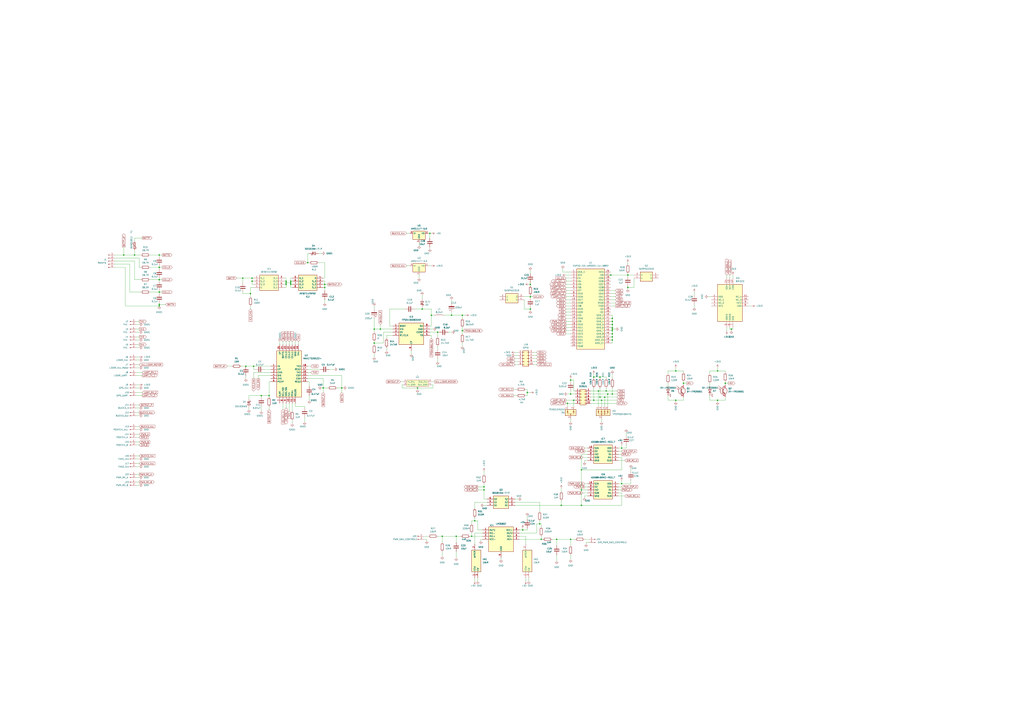
<source format=kicad_sch>
(kicad_sch (version 20230121) (generator eeschema)
  (paper "A1")
  (junction (at 130.81 240.03))
  (junction (at 502.92 264.16))
  (junction (at 515.62 226.06))
  (junction (at 589.28 328.93))
  (junction (at 502.92 270.51))
  (junction (at 510.54 368.3))
  (junction (at 252.73 215.9))
  (junction (at 492.76 326.39))
  (junction (at 207.01 228.6))
  (junction (at 477.52 386.08))
  (junction (at 457.2 443.23))
  (junction (at 515.62 236.22))
  (junction (at 353.06 191.77))
  (junction (at 443.23 430.53))
  (junction (at 502.92 279.4))
  (junction (at 101.6 209.55))
  (junction (at 600.71 270.51))
  (junction (at 374.65 440.69))
  (junction (at 435.61 243.84))
  (junction (at 433.07 322.58))
  (junction (at 342.9 318.77))
  (junction (at 491.49 321.31))
  (junction (at 234.95 232.41))
  (junction (at 387.35 440.69))
  (junction (at 130.81 250.19))
  (junction (at 266.7 236.22))
  (junction (at 307.34 281.94))
  (junction (at 510.54 397.51))
  (junction (at 477.52 402.59))
  (junction (at 468.63 443.23))
  (junction (at 214.63 325.12))
  (junction (at 234.95 233.68))
  (junction (at 487.68 309.88))
  (junction (at 354.33 259.08))
  (junction (at 496.57 326.39))
  (junction (at 397.51 402.59))
  (junction (at 494.03 328.93))
  (junction (at 280.67 318.77))
  (junction (at 130.81 229.87))
  (junction (at 130.81 209.55))
  (junction (at 502.92 276.86))
  (junction (at 466.09 331.47))
  (junction (at 444.5 443.23))
  (junction (at 346.71 254))
  (junction (at 429.26 435.61))
  (junction (at 502.92 266.7))
  (junction (at 497.84 321.31))
  (junction (at 435.61 233.68))
  (junction (at 130.81 251.46))
  (junction (at 238.76 232.41))
  (junction (at 220.98 325.12))
  (junction (at 502.92 323.85))
  (junction (at 589.28 304.8))
  (junction (at 595.63 314.96))
  (junction (at 234.95 231.14))
  (junction (at 468.63 323.85))
  (junction (at 265.43 318.77))
  (junction (at 205.74 241.3))
  (junction (at 379.73 271.78))
  (junction (at 307.34 270.51))
  (junction (at 379.73 259.08))
  (junction (at 461.01 415.29))
  (junction (at 199.39 228.6))
  (junction (at 502.92 261.62))
  (junction (at 389.89 427.99))
  (junction (at 561.34 314.96))
  (junction (at 370.84 259.08))
  (junction (at 238.76 233.68))
  (junction (at 492.76 309.88))
  (junction (at 266.7 233.68))
  (junction (at 435.61 254))
  (junction (at 499.11 323.85))
  (junction (at 554.99 328.93))
  (junction (at 501.65 226.06))
  (junction (at 471.17 328.93))
  (junction (at 359.41 273.05))
  (junction (at 397.51 400.05))
  (junction (at 502.92 271.78))
  (junction (at 201.93 300.99))
  (junction (at 207.01 231.14))
  (junction (at 312.42 270.51))
  (junction (at 502.92 269.24))
  (junction (at 363.22 440.69))
  (junction (at 238.76 231.14))
  (junction (at 468.63 312.42))
  (junction (at 110.49 209.55))
  (junction (at 487.68 328.93))
  (junction (at 130.81 219.71))
  (junction (at 554.99 304.8))
  (junction (at 477.52 415.29))
  (junction (at 208.28 300.99))
  (junction (at 502.92 274.32))
  (wire (pts (xy 468.63 271.78) (xy 464.82 271.78)))
  (wire (pts (xy 322.58 275.59) (xy 317.5 275.59)))
  (wire (pts (xy 344.17 226.06) (xy 344.17 228.6)))
  (wire (pts (xy 480.06 370.84) (xy 482.6 370.84)))
  (wire (pts (xy 111.76 335.28) (xy 114.3 335.28)))
  (wire (pts (xy 440.69 430.53) (xy 443.23 430.53)))
  (wire (pts (xy 217.17 303.53) (xy 222.25 303.53)))
  (wire (pts (xy 554.99 328.93) (xy 561.34 328.93)))
  (wire (pts (xy 207.01 231.14) (xy 208.28 231.14)))
  (wire (pts (xy 346.71 254) (xy 354.33 254)))
  (wire (pts (xy 464.82 274.32) (xy 468.63 274.32)))
  (wire (pts (xy 422.91 412.75) (xy 443.23 412.75)))
  (wire (pts (xy 392.43 435.61) (xy 396.24 435.61)))
  (wire (pts (xy 392.43 474.98) (xy 392.43 477.52)))
  (wire (pts (xy 238.76 236.22) (xy 238.76 233.68)))
  (wire (pts (xy 266.7 236.22) (xy 266.7 238.76)))
  (wire (pts (xy 599.44 226.06) (xy 599.44 228.6)))
  (wire (pts (xy 433.07 322.58) (xy 433.07 325.12)))
  (wire (pts (xy 387.35 430.53) (xy 387.35 427.99)))
  (wire (pts (xy 266.7 231.14) (xy 265.43 231.14)))
  (wire (pts (xy 111.76 302.26) (xy 114.3 302.26)))
  (wire (pts (xy 494.03 344.17) (xy 494.03 346.71)))
  (wire (pts (xy 130.81 229.87) (xy 130.81 228.6)))
  (wire (pts (xy 317.5 285.75) (xy 317.5 288.29)))
  (wire (pts (xy 510.54 405.13) (xy 508 405.13)))
  (wire (pts (xy 595.63 314.96) (xy 595.63 316.23)))
  (wire (pts (xy 238.76 231.14) (xy 238.76 228.6)))
  (wire (pts (xy 477.52 373.38) (xy 477.52 386.08)))
  (wire (pts (xy 472.44 443.23) (xy 468.63 443.23)))
  (wire (pts (xy 238.76 232.41) (xy 238.76 231.14)))
  (wire (pts (xy 468.63 264.16) (xy 464.82 264.16)))
  (wire (pts (xy 392.43 402.59) (xy 397.51 402.59)))
  (wire (pts (xy 397.51 400.05) (xy 397.51 402.59)))
  (wire (pts (xy 368.3 273.05) (xy 370.84 273.05)))
  (wire (pts (xy 266.7 233.68) (xy 269.24 233.68)))
  (wire (pts (xy 485.14 321.31) (xy 491.49 321.31)))
  (wire (pts (xy 234.95 231.14) (xy 234.95 228.6)))
  (wire (pts (xy 515.62 226.06) (xy 515.62 227.33)))
  (wire (pts (xy 468.63 323.85) (xy 472.44 323.85)))
  (wire (pts (xy 265.43 311.15) (xy 265.43 318.77)))
  (wire (pts (xy 238.76 233.68) (xy 240.03 233.68)))
  (wire (pts (xy 422.91 297.18) (xy 425.45 297.18)))
  (wire (pts (xy 468.63 312.42) (xy 471.17 312.42)))
  (wire (pts (xy 320.04 254) (xy 320.04 267.97)))
  (wire (pts (xy 93.98 212.09) (xy 114.3 212.09)))
  (wire (pts (xy 111.76 270.51) (xy 114.3 270.51)))
  (wire (pts (xy 497.84 309.88) (xy 497.84 311.15)))
  (wire (pts (xy 595.63 314.96) (xy 598.17 314.96)))
  (wire (pts (xy 491.49 321.31) (xy 497.84 321.31)))
  (wire (pts (xy 205.74 241.3) (xy 205.74 243.84)))
  (wire (pts (xy 207.01 233.68) (xy 207.01 231.14)))
  (wire (pts (xy 389.89 412.75) (xy 400.05 412.75)))
  (wire (pts (xy 111.76 341.63) (xy 114.3 341.63)))
  (wire (pts (xy 614.68 251.46) (xy 617.22 251.46)))
  (wire (pts (xy 444.5 440.69) (xy 444.5 443.23)))
  (wire (pts (xy 426.72 438.15) (xy 440.69 438.15)))
  (wire (pts (xy 435.61 254) (xy 430.53 254)))
  (wire (pts (xy 464.82 226.06) (xy 468.63 226.06)))
  (wire (pts (xy 111.76 383.54) (xy 114.3 383.54)))
  (wire (pts (xy 111.76 306.07) (xy 116.84 306.07)))
  (wire (pts (xy 340.36 254) (xy 346.71 254)))
  (wire (pts (xy 595.63 313.69) (xy 595.63 314.96)))
  (wire (pts (xy 515.62 224.79) (xy 515.62 226.06)))
  (wire (pts (xy 397.51 410.21) (xy 400.05 410.21)))
  (wire (pts (xy 468.63 321.31) (xy 468.63 323.85)))
  (wire (pts (xy 430.53 243.84) (xy 435.61 243.84)))
  (wire (pts (xy 205.74 251.46) (xy 205.74 254)))
  (wire (pts (xy 422.91 299.72) (xy 425.45 299.72)))
  (wire (pts (xy 208.28 233.68) (xy 207.01 233.68)))
  (wire (pts (xy 254 313.69) (xy 254 317.5)))
  (wire (pts (xy 392.43 427.99) (xy 392.43 435.61)))
  (wire (pts (xy 245.11 280.67) (xy 245.11 283.21)))
  (wire (pts (xy 123.19 219.71) (xy 130.81 219.71)))
  (wire (pts (xy 111.76 308.61) (xy 116.84 308.61)))
  (wire (pts (xy 130.81 209.55) (xy 130.81 210.82)))
  (wire (pts (xy 431.8 320.04) (xy 433.07 320.04)))
  (wire (pts (xy 252.73 306.07) (xy 255.27 306.07)))
  (wire (pts (xy 468.63 455.93) (xy 468.63 459.74)))
  (wire (pts (xy 229.87 280.67) (xy 229.87 283.21)))
  (wire (pts (xy 111.76 398.78) (xy 114.3 398.78)))
  (wire (pts (xy 111.76 283.21) (xy 114.3 283.21)))
  (wire (pts (xy 570.23 240.03) (xy 570.23 242.57)))
  (wire (pts (xy 374.65 440.69) (xy 378.46 440.69)))
  (wire (pts (xy 111.76 276.86) (xy 114.3 276.86)))
  (wire (pts (xy 354.33 267.97) (xy 353.06 267.97)))
  (wire (pts (xy 252.73 300.99) (xy 255.27 300.99)))
  (wire (pts (xy 589.28 328.93) (xy 595.63 328.93)))
  (wire (pts (xy 351.79 218.44) (xy 354.33 218.44)))
  (wire (pts (xy 359.41 294.64) (xy 359.41 297.18)))
  (wire (pts (xy 116.84 195.58) (xy 110.49 195.58)))
  (wire (pts (xy 307.34 280.67) (xy 307.34 281.94)))
  (wire (pts (xy 422.91 294.64) (xy 425.45 294.64)))
  (wire (pts (xy 123.19 229.87) (xy 130.81 229.87)))
  (wire (pts (xy 499.11 323.85) (xy 502.92 323.85)))
  (wire (pts (xy 201.93 308.61) (xy 201.93 311.15)))
  (wire (pts (xy 515.62 236.22) (xy 515.62 237.49)))
  (wire (pts (xy 101.6 203.2) (xy 101.6 209.55)))
  (wire (pts (xy 389.89 412.75) (xy 389.89 417.83)))
  (wire (pts (xy 363.22 440.69) (xy 374.65 440.69)))
  (wire (pts (xy 435.61 322.58) (xy 433.07 322.58)))
  (wire (pts (xy 374.65 453.39) (xy 374.65 458.47)))
  (wire (pts (xy 501.65 279.4) (xy 502.92 279.4)))
  (wire (pts (xy 501.65 261.62) (xy 502.92 261.62)))
  (wire (pts (xy 483.87 445.77) (xy 481.33 445.77)))
  (wire (pts (xy 581.66 243.84) (xy 584.2 243.84)))
  (wire (pts (xy 515.62 236.22) (xy 520.7 236.22)))
  (wire (pts (xy 234.95 232.41) (xy 238.76 232.41)))
  (wire (pts (xy 204.47 335.28) (xy 204.47 336.55)))
  (wire (pts (xy 111.76 381) (xy 114.3 381)))
  (wire (pts (xy 110.49 229.87) (xy 115.57 229.87)))
  (wire (pts (xy 265.43 236.22) (xy 266.7 236.22)))
  (wire (pts (xy 186.69 300.99) (xy 190.5 300.99)))
  (wire (pts (xy 346.71 242.57) (xy 346.71 245.11)))
  (wire (pts (xy 570.23 250.19) (xy 570.23 252.73)))
  (wire (pts (xy 353.06 270.51) (xy 355.6 270.51)))
  (wire (pts (xy 510.54 386.08) (xy 477.52 386.08)))
  (wire (pts (xy 466.09 323.85) (xy 468.63 323.85)))
  (wire (pts (xy 561.34 314.96) (xy 561.34 316.23)))
  (wire (pts (xy 130.81 240.03) (xy 133.35 240.03)))
  (wire (pts (xy 471.17 321.31) (xy 472.44 321.31)))
  (wire (pts (xy 422.91 292.1) (xy 425.45 292.1)))
  (wire (pts (xy 502.92 264.16) (xy 502.92 266.7)))
  (wire (pts (xy 334.01 218.44) (xy 336.55 218.44)))
  (wire (pts (xy 240.03 331.47) (xy 240.03 337.82)))
  (wire (pts (xy 501.65 271.78) (xy 502.92 271.78)))
  (wire (pts (xy 518.16 384.81) (xy 518.16 387.35)))
  (wire (pts (xy 501.65 238.76) (xy 505.46 238.76)))
  (wire (pts (xy 250.19 342.9) (xy 250.19 346.71)))
  (wire (pts (xy 252.73 311.15) (xy 265.43 311.15)))
  (wire (pts (xy 461.01 411.48) (xy 461.01 415.29)))
  (wire (pts (xy 204.47 325.12) (xy 214.63 325.12)))
  (wire (pts (xy 501.65 276.86) (xy 502.92 276.86)))
  (wire (pts (xy 596.9 269.24) (xy 596.9 271.78)))
  (wire (pts (xy 379.73 281.94) (xy 379.73 284.48)))
  (wire (pts (xy 363.22 453.39) (xy 363.22 457.2)))
  (wire (pts (xy 464.82 246.38) (xy 468.63 246.38)))
  (wire (pts (xy 205.74 241.3) (xy 205.74 236.22)))
  (wire (pts (xy 464.82 261.62) (xy 468.63 261.62)))
  (wire (pts (xy 234.95 233.68) (xy 233.68 233.68)))
  (wire (pts (xy 582.93 314.96) (xy 582.93 317.5)))
  (wire (pts (xy 443.23 430.53) (xy 444.5 430.53)))
  (wire (pts (xy 435.61 242.57) (xy 435.61 243.84)))
  (wire (pts (xy 111.76 353.06) (xy 114.3 353.06)))
  (wire (pts (xy 111.76 266.7) (xy 114.3 266.7)))
  (wire (pts (xy 130.81 219.71) (xy 133.35 219.71)))
  (wire (pts (xy 501.65 251.46) (xy 505.46 251.46)))
  (wire (pts (xy 111.76 339.09) (xy 114.3 339.09)))
  (wire (pts (xy 314.96 281.94) (xy 314.96 273.05)))
  (wire (pts (xy 548.64 328.93) (xy 554.99 328.93)))
  (wire (pts (xy 102.87 219.71) (xy 102.87 251.46)))
  (wire (pts (xy 389.89 447.04) (xy 389.89 438.15)))
  (wire (pts (xy 347.98 443.23) (xy 350.52 443.23)))
  (wire (pts (xy 487.68 309.88) (xy 487.68 311.15)))
  (wire (pts (xy 477.52 373.38) (xy 482.6 373.38)))
  (wire (pts (xy 317.5 275.59) (xy 317.5 278.13)))
  (wire (pts (xy 438.15 294.64) (xy 440.69 294.64)))
  (wire (pts (xy 397.51 397.51) (xy 397.51 400.05)))
  (wire (pts (xy 261.62 208.28) (xy 264.16 208.28)))
  (wire (pts (xy 601.98 269.24) (xy 601.98 270.51)))
  (wire (pts (xy 510.54 365.76) (xy 510.54 368.3)))
  (wire (pts (xy 207.01 228.6) (xy 207.01 231.14)))
  (wire (pts (xy 508 368.3) (xy 510.54 368.3)))
  (wire (pts (xy 266.7 215.9) (xy 266.7 228.6)))
  (wire (pts (xy 589.28 302.26) (xy 589.28 304.8)))
  (wire (pts (xy 280.67 318.77) (xy 280.67 322.58)))
  (wire (pts (xy 457.2 455.93) (xy 457.2 461.01)))
  (wire (pts (xy 480.06 378.46) (xy 480.06 379.73)))
  (wire (pts (xy 510.54 375.92) (xy 510.54 386.08)))
  (wire (pts (xy 501.65 246.38) (xy 505.46 246.38)))
  (wire (pts (xy 242.57 280.67) (xy 242.57 283.21)))
  (wire (pts (xy 337.82 288.29) (xy 337.82 290.83)))
  (wire (pts (xy 266.7 246.38) (xy 266.7 248.92)))
  (wire (pts (xy 359.41 273.05) (xy 359.41 276.86)))
  (wire (pts (xy 354.33 254) (xy 354.33 259.08)))
  (wire (pts (xy 514.35 368.3) (xy 514.35 365.76)))
  (wire (pts (xy 514.35 355.6) (xy 514.35 358.14)))
  (wire (pts (xy 351.79 191.77) (xy 353.06 191.77)))
  (wire (pts (xy 501.65 248.92) (xy 505.46 248.92)))
  (wire (pts (xy 422.91 415.29) (xy 461.01 415.29)))
  (wire (pts (xy 220.98 325.12) (xy 220.98 313.69)))
  (wire (pts (xy 111.76 389.89) (xy 114.3 389.89)))
  (wire (pts (xy 494.03 328.93) (xy 494.03 334.01)))
  (wire (pts (xy 485.14 326.39) (xy 492.76 326.39)))
  (wire (pts (xy 468.63 311.15) (xy 468.63 312.42)))
  (wire (pts (xy 233.68 236.22) (xy 234.95 236.22)))
  (wire (pts (xy 431.8 474.98) (xy 431.8 477.52)))
  (wire (pts (xy 471.17 328.93) (xy 472.44 328.93)))
  (wire (pts (xy 595.63 306.07) (xy 595.63 304.8)))
  (wire (pts (xy 354.33 278.13) (xy 354.33 275.59)))
  (wire (pts (xy 353.06 273.05) (xy 359.41 273.05)))
  (wire (pts (xy 389.89 474.98) (xy 389.89 477.52)))
  (wire (pts (xy 220.98 334.01) (xy 220.98 336.55)))
  (wire (pts (xy 466.09 331.47) (xy 466.09 334.01)))
  (wire (pts (xy 548.64 314.96) (xy 548.64 317.5)))
  (wire (pts (xy 328.93 313.69) (xy 331.47 313.69)))
  (wire (pts (xy 232.41 280.67) (xy 232.41 283.21)))
  (wire (pts (xy 111.76 363.22) (xy 114.3 363.22)))
  (wire (pts (xy 207.01 228.6) (xy 208.28 228.6)))
  (wire (pts (xy 208.28 300.99) (xy 222.25 300.99)))
  (wire (pts (xy 501.65 281.94) (xy 502.92 281.94)))
  (wire (pts (xy 397.51 387.35) (xy 397.51 389.89)))
  (wire (pts (xy 204.47 327.66) (xy 204.47 325.12)))
  (wire (pts (xy 426.72 440.69) (xy 431.8 440.69)))
  (wire (pts (xy 554.99 304.8) (xy 548.64 304.8)))
  (wire (pts (xy 425.45 410.21) (xy 422.91 410.21)))
  (wire (pts (xy 130.81 251.46) (xy 130.81 250.19)))
  (wire (pts (xy 111.76 374.65) (xy 114.3 374.65)))
  (wire (pts (xy 433.07 424.18) (xy 433.07 426.72)))
  (wire (pts (xy 250.19 334.01) (xy 250.19 335.28)))
  (wire (pts (xy 513.08 407.67) (xy 508 407.67)))
  (wire (pts (xy 346.71 252.73) (xy 346.71 254)))
  (wire (pts (xy 600.71 270.51) (xy 601.98 270.51)))
  (wire (pts (xy 330.2 318.77) (xy 330.2 316.23)))
  (wire (pts (xy 502.92 274.32) (xy 502.92 276.86)))
  (wire (pts (xy 434.34 233.68) (xy 435.61 233.68)))
  (wire (pts (xy 491.49 321.31) (xy 491.49 334.01)))
  (wire (pts (xy 130.81 219.71) (xy 130.81 220.98)))
  (wire (pts (xy 501.65 241.3) (xy 505.46 241.3)))
  (wire (pts (xy 496.57 334.01) (xy 496.57 326.39)))
  (wire (pts (xy 194.31 228.6) (xy 199.39 228.6)))
  (wire (pts (xy 199.39 228.6) (xy 207.01 228.6)))
  (wire (pts (xy 111.76 318.77) (xy 114.3 318.77)))
  (wire (pts (xy 307.34 281.94) (xy 314.96 281.94)))
  (wire (pts (xy 464.82 251.46) (xy 468.63 251.46)))
  (wire (pts (xy 370.84 256.54) (xy 370.84 259.08)))
  (wire (pts (xy 111.76 279.4) (xy 114.3 279.4)))
  (wire (pts (xy 426.72 443.23) (xy 444.5 443.23)))
  (wire (pts (xy 114.3 212.09) (xy 114.3 219.71)))
  (wire (pts (xy 110.49 195.58) (xy 110.49 198.12)))
  (wire (pts (xy 480.06 407.67) (xy 480.06 408.94)))
  (wire (pts (xy 496.57 326.39) (xy 506.73 326.39)))
  (wire (pts (xy 515.62 234.95) (xy 515.62 236.22)))
  (wire (pts (xy 422.91 289.56) (xy 425.45 289.56)))
  (wire (pts (xy 254 215.9) (xy 252.73 215.9)))
  (wire (pts (xy 111.76 322.58) (xy 116.84 322.58)))
  (wire (pts (xy 520.7 226.06) (xy 515.62 226.06)))
  (wire (pts (xy 421.64 320.04) (xy 424.18 320.04)))
  (wire (pts (xy 342.9 318.77) (xy 330.2 318.77)))
  (wire (pts (xy 434.34 474.98) (xy 434.34 477.52)))
  (wire (pts (xy 464.82 233.68) (xy 468.63 233.68)))
  (wire (pts (xy 435.61 222.25) (xy 435.61 224.79)))
  (wire (pts (xy 464.82 259.08) (xy 468.63 259.08)))
  (wire (pts (xy 353.06 191.77) (xy 353.06 195.58)))
  (wire (pts (xy 464.82 241.3) (xy 468.63 241.3)))
  (wire (pts (xy 307.34 281.94) (xy 307.34 283.21)))
  (wire (pts (xy 342.9 318.77) (xy 342.9 320.04)))
  (wire (pts (xy 199.39 241.3) (xy 205.74 241.3)))
  (wire (pts (xy 114.3 219.71) (xy 115.57 219.71)))
  (wire (pts (xy 220.98 313.69) (xy 222.25 313.69)))
  (wire (pts (xy 232.41 331.47) (xy 232.41 336.55)))
  (wire (pts (xy 396.24 443.23) (xy 394.97 443.23)))
  (wire (pts (xy 508 397.51) (xy 510.54 397.51)))
  (wire (pts (xy 106.68 217.17) (xy 106.68 240.03)))
  (wire (pts (xy 501.65 226.06) (xy 515.62 226.06)))
  (wire (pts (xy 492.76 309.88) (xy 492.76 311.15)))
  (wire (pts (xy 464.82 236.22) (xy 468.63 236.22)))
  (wire (pts (xy 111.76 377.19) (xy 114.3 377.19)))
  (wire (pts (xy 252.73 308.61) (xy 280.67 308.61)))
  (wire (pts (xy 502.92 266.7) (xy 502.92 269.24)))
  (wire (pts (xy 234.95 231.14) (xy 233.68 231.14)))
  (wire (pts (xy 443.23 427.99) (xy 443.23 430.53)))
  (wire (pts (xy 252.73 313.69) (xy 254 313.69)))
  (wire (pts (xy 515.62 215.9) (xy 515.62 217.17)))
  (wire (pts (xy 444.5 430.53) (xy 444.5 433.07)))
  (wire (pts (xy 307.34 270.51) (xy 312.42 270.51)))
  (wire (pts (xy 240.03 345.44) (xy 240.03 347.98)))
  (wire (pts (xy 433.07 434.34) (xy 433.07 435.61)))
  (wire (pts (xy 461.01 401.32) (xy 461.01 403.86)))
  (wire (pts (xy 252.73 303.53) (xy 262.89 303.53)))
  (wire (pts (xy 464.82 331.47) (xy 466.09 331.47)))
  (wire (pts (xy 266.7 233.68) (xy 266.7 231.14)))
  (wire (pts (xy 354.33 275.59) (xy 353.06 275.59)))
  (wire (pts (xy 508 378.46) (xy 513.08 378.46)))
  (wire (pts (xy 332.74 254) (xy 320.04 254)))
  (wire (pts (xy 266.7 228.6) (xy 265.43 228.6)))
  (wire (pts (xy 502.92 318.77) (xy 502.92 323.85)))
  (wire (pts (xy 387.35 427.99) (xy 389.89 427.99)))
  (wire (pts (xy 123.19 209.55) (xy 130.81 209.55)))
  (wire (pts (xy 111.76 273.05) (xy 114.3 273.05)))
  (wire (pts (xy 242.57 334.01) (xy 250.19 334.01)))
  (wire (pts (xy 359.41 440.69) (xy 363.22 440.69)))
  (wire (pts (xy 222.25 306.07) (xy 208.28 306.07)))
  (wire (pts (xy 264.16 318.77) (xy 265.43 318.77)))
  (wire (pts (xy 307.34 254) (xy 307.34 251.46)))
  (wire (pts (xy 492.76 318.77) (xy 492.76 326.39)))
  (wire (pts (xy 468.63 269.24) (xy 464.82 269.24)))
  (wire (pts (xy 400.05 415.29) (xy 397.51 415.29)))
  (wire (pts (xy 354.33 259.08) (xy 354.33 267.97)))
  (wire (pts (xy 123.19 240.03) (xy 130.81 240.03)))
  (wire (pts (xy 510.54 400.05) (xy 508 400.05)))
  (wire (pts (xy 464.82 243.84) (xy 468.63 243.84)))
  (wire (pts (xy 353.06 203.2) (xy 353.06 204.47)))
  (wire (pts (xy 492.76 309.88) (xy 487.68 309.88)))
  (wire (pts (xy 487.68 318.77) (xy 487.68 328.93)))
  (wire (pts (xy 561.34 306.07) (xy 561.34 304.8)))
  (wire (pts (xy 234.95 236.22) (xy 234.95 233.68)))
  (wire (pts (xy 280.67 318.77) (xy 281.94 318.77)))
  (wire (pts (xy 240.03 236.22) (xy 238.76 236.22)))
  (wire (pts (xy 314.96 273.05) (xy 322.58 273.05)))
  (wire (pts (xy 485.14 331.47) (xy 506.73 331.47)))
  (wire (pts (xy 596.9 226.06) (xy 596.9 228.6)))
  (wire (pts (xy 111.76 316.23) (xy 114.3 316.23)))
  (wire (pts (xy 111.76 356.87) (xy 114.3 356.87)))
  (wire (pts (xy 130.81 219.71) (xy 130.81 218.44)))
  (wire (pts (xy 208.28 306.07) (xy 208.28 311.15)))
  (wire (pts (xy 111.76 299.72) (xy 114.3 299.72)))
  (wire (pts (xy 462.28 223.52) (xy 468.63 223.52)))
  (wire (pts (xy 110.49 209.55) (xy 115.57 209.55)))
  (wire (pts (xy 599.44 269.24) (xy 599.44 270.51)))
  (wire (pts (xy 344.17 199.39) (xy 344.17 201.93)))
  (wire (pts (xy 199.39 232.41) (xy 199.39 228.6)))
  (wire (pts (xy 130.81 229.87) (xy 130.81 231.14)))
  (wire (pts (xy 379.73 259.08) (xy 382.27 259.08)))
  (wire (pts (xy 111.76 285.75) (xy 114.3 285.75)))
  (wire (pts (xy 561.34 313.69) (xy 561.34 314.96)))
  (wire (pts (xy 462.28 220.98) (xy 462.28 223.52)))
  (wire (pts (xy 354.33 316.23) (xy 355.6 316.23)))
  (wire (pts (xy 111.76 295.91) (xy 114.3 295.91)))
  (wire (pts (xy 421.64 325.12) (xy 424.18 325.12)))
  (wire (pts (xy 433.07 435.61) (xy 429.26 435.61)))
  (wire (pts (xy 111.76 332.74) (xy 114.3 332.74)))
  (wire (pts (xy 130.81 248.92) (xy 130.81 250.19)))
  (wire (pts (xy 502.92 279.4) (xy 502.92 281.94)))
  (wire (pts (xy 387.35 438.15) (xy 387.35 440.69)))
  (wire (pts (xy 431.8 440.69) (xy 431.8 447.04)))
  (wire (pts (xy 201.93 300.99) (xy 208.28 300.99)))
  (wire (pts (xy 199.39 240.03) (xy 199.39 241.3)))
  (wire (pts (xy 370.84 246.38) (xy 370.84 248.92)))
  (wire (pts (xy 438.15 292.1) (xy 440.69 292.1)))
  (wire (pts (xy 510.54 415.29) (xy 477.52 415.29)))
  (wire (pts (xy 359.41 284.48) (xy 359.41 287.02)))
  (wire (pts (xy 582.93 328.93) (xy 589.28 328.93)))
  (wire (pts (xy 457.2 443.23) (xy 453.39 443.23)))
  (wire (pts (xy 482.6 407.67) (xy 480.06 407.67)))
  (wire (pts (xy 485.14 328.93) (xy 487.68 328.93)))
  (wire (pts (xy 464.82 231.14) (xy 468.63 231.14)))
  (wire (pts (xy 440.69 438.15) (xy 440.69 430.53)))
  (wire (pts (xy 238.76 231.14) (xy 240.03 231.14)))
  (wire (pts (xy 502.92 270.51) (xy 502.92 271.78)))
  (wire (pts (xy 111.76 293.37) (xy 114.3 293.37)))
  (wire (pts (xy 464.82 228.6) (xy 468.63 228.6)))
  (wire (pts (xy 265.43 322.58) (xy 265.43 318.77)))
  (wire (pts (xy 280.67 308.61) (xy 280.67 318.77)))
  (wire (pts (xy 510.54 368.3) (xy 514.35 368.3)))
  (wire (pts (xy 130.81 209.55) (xy 133.35 209.55)))
  (wire (pts (xy 468.63 312.42) (xy 468.63 313.69)))
  (wire (pts (xy 237.49 280.67) (xy 237.49 283.21)))
  (wire (pts (xy 111.76 365.76) (xy 114.3 365.76)))
  (wire (pts (xy 438.15 289.56) (xy 440.69 289.56)))
  (wire (pts (xy 477.52 402.59) (xy 477.52 415.29)))
  (wire (pts (xy 307.34 270.51) (xy 307.34 273.05)))
  (wire (pts (xy 501.65 274.32) (xy 502.92 274.32)))
  (wire (pts (xy 234.95 232.41) (xy 234.95 231.14)))
  (wire (pts (xy 359.41 273.05) (xy 360.68 273.05)))
  (wire (pts (xy 595.63 304.8) (xy 589.28 304.8)))
  (wire (pts (xy 354.33 313.69) (xy 356.87 313.69)))
  (wire (pts (xy 464.82 248.92) (xy 468.63 248.92)))
  (wire (pts (xy 480.06 368.3) (xy 482.6 368.3)))
  (wire (pts (xy 482.6 397.51) (xy 480.06 397.51)))
  (wire (pts (xy 379.73 269.24) (xy 379.73 271.78)))
  (wire (pts (xy 477.52 402.59) (xy 482.6 402.59)))
  (wire (pts (xy 214.63 325.12) (xy 214.63 326.39)))
  (wire (pts (xy 497.84 321.31) (xy 506.73 321.31)))
  (wire (pts (xy 510.54 375.92) (xy 508 375.92)))
  (wire (pts (xy 130.81 240.03) (xy 130.81 241.3)))
  (wire (pts (xy 483.87 443.23) (xy 480.06 443.23)))
  (wire (pts (xy 110.49 214.63) (xy 110.49 229.87)))
  (wire (pts (xy 93.98 209.55) (xy 101.6 209.55)))
  (wire (pts (xy 502.92 271.78) (xy 502.92 274.32)))
  (wire (pts (xy 320.04 267.97) (xy 322.58 267.97)))
  (wire (pts (xy 461.01 415.29) (xy 477.52 415.29)))
  (wire (pts (xy 548.64 304.8) (xy 548.64 307.34)))
  (wire (pts (xy 234.95 233.68) (xy 234.95 232.41)))
  (wire (pts (xy 374.65 440.69) (xy 374.65 445.77)))
  (wire (pts (xy 468.63 443.23) (xy 468.63 448.31)))
  (wire (pts (xy 307.34 270.51) (xy 307.34 261.62)))
  (wire (pts (xy 435.61 233.68) (xy 435.61 234.95)))
  (wire (pts (xy 510.54 402.59) (xy 508 402.59)))
  (wire (pts (xy 464.82 238.76) (xy 468.63 238.76)))
  (wire (pts (xy 502.92 261.62) (xy 502.92 264.16)))
  (wire (pts (xy 429.26 435.61) (xy 429.26 434.34)))
  (wire (pts (xy 433.07 320.04) (xy 433.07 322.58)))
  (wire (pts (xy 355.6 318.77) (xy 342.9 318.77)))
  (wire (pts (xy 561.34 304.8) (xy 554.99 304.8)))
  (wire (pts (xy 478.79 375.92) (xy 482.6 375.92)))
  (wire (pts (xy 355.6 316.23) (xy 355.6 318.77)))
  (wire (pts (xy 501.65 269.24) (xy 502.92 269.24)))
  (wire (pts (xy 554.99 328.93) (xy 554.99 330.2)))
  (wire (pts (xy 111.76 392.43) (xy 114.3 392.43)))
  (wire (pts (xy 435.61 243.84) (xy 438.15 243.84)))
  (wire (pts (xy 582.93 325.12) (xy 582.93 328.93)))
  (wire (pts (xy 482.6 400.05) (xy 480.06 400.05)))
  (wire (pts (xy 548.64 325.12) (xy 548.64 328.93)))
  (wire (pts (xy 334.01 191.77) (xy 336.55 191.77)))
  (wire (pts (xy 582.93 304.8) (xy 582.93 307.34)))
  (wire (pts (xy 379.73 259.08) (xy 379.73 261.62)))
  (wire (pts (xy 502.92 276.86) (xy 502.92 279.4)))
  (wire (pts (xy 364.49 259.08) (xy 370.84 259.08)))
  (wire (pts (xy 510.54 405.13) (xy 510.54 415.29)))
  (wire (pts (xy 110.49 205.74) (xy 110.49 209.55)))
  (wire (pts (xy 389.89 438.15) (xy 396.24 438.15)))
  (wire (pts (xy 312.42 270.51) (xy 322.58 270.51)))
  (wire (pts (xy 443.23 420.37) (xy 443.23 412.75)))
  (wire (pts (xy 234.95 228.6) (xy 233.68 228.6)))
  (wire (pts (xy 411.48 458.47) (xy 411.48 459.74)))
  (wire (pts (xy 106.68 240.03) (xy 115.57 240.03)))
  (wire (pts (xy 312.42 266.7) (xy 312.42 270.51)))
  (wire (pts (xy 464.82 256.54) (xy 468.63 256.54)))
  (wire (pts (xy 111.76 264.16) (xy 114.3 264.16)))
  (wire (pts (xy 499.11 323.85) (xy 499.11 334.01)))
  (wire (pts (xy 471.17 312.42) (xy 471.17 321.31)))
  (wire (pts (xy 502.92 323.85) (xy 506.73 323.85)))
  (wire (pts (xy 270.51 303.53) (xy 274.32 303.53)))
  (wire (pts (xy 508 370.84) (xy 510.54 370.84)))
  (wire (pts (xy 130.81 229.87) (xy 133.35 229.87)))
  (wire (pts (xy 599.44 270.51) (xy 600.71 270.51)))
  (wire (pts (xy 561.34 314.96) (xy 563.88 314.96)))
  (wire (pts (xy 487.68 328.93) (xy 494.03 328.93)))
  (wire (pts (xy 220.98 325.12) (xy 220.98 326.39)))
  (wire (pts (xy 554.99 302.26) (xy 554.99 304.8)))
  (wire (pts (xy 435.61 254) (xy 435.61 255.27)))
  (wire (pts (xy 212.09 308.61) (xy 212.09 311.15)))
  (wire (pts (xy 209.55 303.53) (xy 208.28 303.53)))
  (wire (pts (xy 501.65 264.16) (xy 502.92 264.16)))
  (wire (pts (xy 379.73 271.78) (xy 379.73 274.32)))
  (wire (pts (xy 561.34 328.93) (xy 561.34 326.39)))
  (wire (pts (xy 435.61 232.41) (xy 435.61 233.68)))
  (wire (pts (xy 485.14 323.85) (xy 499.11 323.85)))
  (wire (pts (xy 468.63 266.7) (xy 464.82 266.7)))
  (wire (pts (xy 457.2 443.23) (xy 457.2 448.31)))
  (wire (pts (xy 222.25 308.61) (xy 212.09 308.61)))
  (wire (pts (xy 111.76 325.12) (xy 116.84 325.12)))
  (wire (pts (xy 330.2 316.23) (xy 331.47 316.23)))
  (wire (pts (xy 350.52 443.23) (xy 350.52 444.5)))
  (wire (pts (xy 102.87 219.71) (xy 93.98 219.71)))
  (wire (pts (xy 234.95 280.67) (xy 234.95 283.21)))
  (wire (pts (xy 379.73 271.78) (xy 381 271.78)))
  (wire (pts (xy 214.63 334.01) (xy 214.63 337.82)))
  (wire (pts (xy 482.6 378.46) (xy 480.06 378.46)))
  (wire (pts (xy 477.52 386.08) (xy 477.52 402.59)))
  (wire (pts (xy 254 325.12) (xy 254 328.93)))
  (wire (pts (xy 520.7 236.22) (xy 520.7 228.6)))
  (wire (pts (xy 254 208.28) (xy 252.73 208.28)))
  (wire (pts (xy 347.98 440.69) (xy 351.79 440.69)))
  (wire (pts (xy 237.49 331.47) (xy 237.49 337.82)))
  (wire (pts (xy 252.73 208.28) (xy 252.73 215.9)))
  (wire (pts (xy 494.03 328.93) (xy 506.73 328.93)))
  (wire (pts (xy 238.76 228.6) (xy 240.03 228.6)))
  (wire (pts (xy 111.76 350.52) (xy 114.3 350.52)))
  (wire (pts (xy 130.81 251.46) (xy 102.87 251.46)))
  (wire (pts (xy 386.08 440.69) (xy 387.35 440.69)))
  (wire (pts (xy 492.76 326.39) (xy 496.57 326.39)))
  (wire (pts (xy 240.03 280.67) (xy 240.03 283.21)))
  (wire (pts (xy 389.89 427.99) (xy 392.43 427.99)))
  (wire (pts (xy 466.09 331.47) (xy 472.44 331.47)))
  (wire (pts (xy 502.92 259.08) (xy 502.92 261.62)))
  (wire (pts (xy 266.7 233.68) (xy 265.43 233.68)))
  (wire (pts (xy 276.86 318.77) (xy 280.67 318.77)))
  (wire (pts (xy 198.12 300.99) (xy 201.93 300.99)))
  (wire (pts (xy 435.61 252.73) (xy 435.61 254)))
  (wire (pts (xy 433.07 325.12) (xy 431.8 325.12)))
  (wire (pts (xy 601.98 226.06) (xy 601.98 228.6)))
  (wire (pts (xy 265.43 318.77) (xy 269.24 318.77)))
  (wire (pts (xy 435.61 243.84) (xy 435.61 245.11)))
  (wire (pts (xy 481.33 445.77) (xy 481.33 447.04)))
  (wire (pts (xy 387.35 440.69) (xy 396.24 440.69)))
  (wire (pts (xy 501.65 259.08) (xy 502.92 259.08)))
  (wire (pts (xy 93.98 217.17) (xy 106.68 217.17)))
  (wire (pts (xy 234.95 331.47) (xy 234.95 335.28)))
  (wire (pts (xy 205.74 236.22) (xy 208.28 236.22)))
  (wire (pts (xy 370.84 259.08) (xy 379.73 259.08)))
  (wire (pts (xy 482.6 405.13) (xy 478.79 405.13)))
  (wire (pts (xy 353.06 191.77) (xy 354.33 191.77)))
  (wire (pts (xy 111.76 359.41) (xy 114.3 359.41)))
  (wire (pts (xy 389.89 425.45) (xy 389.89 427.99)))
  (wire (pts (xy 130.81 250.19) (xy 135.89 250.19)))
  (wire (pts (xy 111.76 396.24) (xy 114.3 396.24)))
  (wire (pts (xy 444.5 443.23) (xy 445.77 443.23)))
  (wire (pts (xy 261.62 215.9) (xy 266.7 215.9)))
  (wire (pts (xy 508 373.38) (xy 510.54 373.38)))
  (wire (pts (xy 595.63 328.93) (xy 595.63 326.39)))
  (wire (pts (xy 492.76 309.88) (xy 497.84 309.88)))
  (wire (pts (xy 487.68 307.34) (xy 487.68 309.88)))
  (wire (pts (xy 497.84 318.77) (xy 497.84 321.31)))
  (wire (pts (xy 394.97 443.23) (xy 394.97 444.5)))
  (wire (pts (xy 214.63 325.12) (xy 220.98 325.12)))
  (wire (pts (xy 438.15 299.72) (xy 440.69 299.72)))
  (wire (pts (xy 502.92 269.24) (xy 502.92 270.51)))
  (wire (pts (xy 464.82 254) (xy 468.63 254)))
  (wire (pts (xy 471.17 328.93) (xy 471.17 334.01)))
  (wire (pts (xy 518.16 397.51) (xy 518.16 394.97)))
  (wire (pts (xy 426.72 435.61) (xy 429.26 435.61)))
  (wire (pts (xy 397.51 402.59) (xy 397.51 410.21)))
  (wire (pts (xy 510.54 397.51) (xy 518.16 397.51)))
  (wire (pts (xy 589.28 328.93) (xy 589.28 330.2)))
  (wire (pts (xy 600.71 270.51) (xy 600.71 271.78)))
  (wire (pts (xy 468.63 344.17) (xy 468.63 346.71)))
  (wire (pts (xy 363.22 440.69) (xy 363.22 445.77)))
  (wire (pts (xy 502.92 307.34) (xy 502.92 311.15)))
  (wire (pts (xy 238.76 233.68) (xy 238.76 232.41)))
  (wire (pts (xy 510.54 394.97) (xy 510.54 397.51)))
  (wire (pts (xy 208.28 300.99) (xy 208.28 303.53)))
  (wire (pts (xy 242.57 331.47) (xy 242.57 334.01)))
  (wire (pts (xy 101.6 209.55) (xy 110.49 209.55)))
  (wire (pts (xy 307.34 290.83) (xy 307.34 293.37)))
  (wire (pts (xy 252.73 215.9) (xy 251.46 215.9)))
  (wire (pts (xy 589.28 304.8) (xy 582.93 304.8)))
  (wire (pts (xy 430.53 254) (xy 430.53 246.38)))
  (wire (pts (xy 438.15 297.18) (xy 440.69 297.18)))
  (wire (pts (xy 464.82 328.93) (xy 471.17 328.93)))
  (wire (pts (xy 501.65 266.7) (xy 502.92 266.7)))
  (wire (pts (xy 392.43 400.05) (xy 397.51 400.05)))
  (wire (pts (xy 468.63 443.23) (xy 457.2 443.23)))
  (wire (pts (xy 93.98 214.63) (xy 110.49 214.63)))
  (wire (pts (xy 501.65 243.84) (xy 505.46 243.84)))
  (wire (pts (xy 130.81 240.03) (xy 130.81 238.76)))
  (wire (pts (xy 496.57 226.06) (xy 501.65 226.06)))
  (wire (pts (xy 502.92 270.51) (xy 505.46 270.51)))
  (wire (pts (xy 266.7 236.22) (xy 266.7 233.68)))
  (wire (pts (xy 354.33 259.08) (xy 356.87 259.08)))
  (global_label "TDI" (shape input) (at 505.46 243.84 0) (property "Intersheetrefs" "${INTERSHEET_REFS}" (effects hide)))
  (global_label "IR1" (shape output) (at 563.88 314.96 0) (property "Intersheetrefs" "${INTERSHEET_REFS}" (effects hide)))
  (global_label "IO1" (shape bidirectional) (at 464.82 261.62 180) (property "Intersheetrefs" "${INTERSHEET_REFS}" (effects hide)))
  (global_label "BATTN" (shape input) (at 135.89 250.19 0) (property "Intersheetrefs" "${INTERSHEET_REFS}" (effects hide)))
  (global_label "PWM_RC_B" (shape output) (at 114.3 396.24 0) (property "Intersheetrefs" "${INTERSHEET_REFS}" (effects hide)))
  (global_label "BATOUT_P" (shape input) (at 220.98 336.55 270) (property "Intersheetrefs" "${INTERSHEET_REFS}" (effects hide)))
  (global_label "IO15" (shape bidirectional) (at 440.69 292.1 0) (property "Intersheetrefs" "${INTERSHEET_REFS}" (effects hide)))
  (global_label "BATTS" (shape output) (at 133.35 209.55 0) (property "Intersheetrefs" "${INTERSHEET_REFS}" (effects hide)))
  (global_label "PWM_A" (shape input) (at 114.3 356.87 0) (property "Intersheetrefs" "${INTERSHEET_REFS}" (effects hide)))
  (global_label "UART_TX_2" (shape output) (at 116.84 325.12 0) (property "Intersheetrefs" "${INTERSHEET_REFS}" (effects hide)))
  (global_label "DIR_A" (shape input) (at 114.3 359.41 0) (property "Intersheetrefs" "${INTERSHEET_REFS}" (effects hide)))
  (global_label "I2C_SDA_1" (shape bidirectional) (at 464.82 233.68 180) (property "Intersheetrefs" "${INTERSHEET_REFS}" (effects hide)))
  (global_label "UART_RX_1" (shape input) (at 464.82 236.22 180) (property "Intersheetrefs" "${INTERSHEET_REFS}" (effects hide)))
  (global_label "I2C_SCL_1" (shape input) (at 232.41 336.55 270) (property "Intersheetrefs" "${INTERSHEET_REFS}" (effects hide)))
  (global_label "UART_RX_2" (shape input) (at 116.84 322.58 0) (property "Intersheetrefs" "${INTERSHEET_REFS}" (effects hide)))
  (global_label "BATOUT_N" (shape input) (at 265.43 322.58 270) (property "Intersheetrefs" "${INTERSHEET_REFS}" (effects hide)))
  (global_label "DIR_B" (shape output) (at 480.06 370.84 180) (property "Intersheetrefs" "${INTERSHEET_REFS}" (effects hide)))
  (global_label "DIR_RC_B" (shape output) (at 392.43 400.05 180) (property "Intersheetrefs" "${INTERSHEET_REFS}" (effects hide)))
  (global_label "TMS" (shape input) (at 506.73 321.31 0) (property "Intersheetrefs" "${INTERSHEET_REFS}" (effects hide)))
  (global_label "UART_TX_0" (shape input) (at 464.82 331.47 180) (property "Intersheetrefs" "${INTERSHEET_REFS}" (effects hide)))
  (global_label "CELL1" (shape output) (at 133.35 240.03 0) (property "Intersheetrefs" "${INTERSHEET_REFS}" (effects hide)))
  (global_label "BATTP" (shape output) (at 116.84 195.58 0) (property "Intersheetrefs" "${INTERSHEET_REFS}" (effects hide)))
  (global_label "PWM_ESP_B" (shape output) (at 464.82 269.24 180) (property "Intersheetrefs" "${INTERSHEET_REFS}" (effects hide)))
  (global_label "TDI" (shape input) (at 506.73 328.93 0) (property "Intersheetrefs" "${INTERSHEET_REFS}" (effects hide)))
  (global_label "TH1" (shape output) (at 114.3 264.16 0) (property "Intersheetrefs" "${INTERSHEET_REFS}" (effects hide)))
  (global_label "PWM_ESP_B" (shape input) (at 480.06 397.51 180) (property "Intersheetrefs" "${INTERSHEET_REFS}" (effects hide)))
  (global_label "DIR_B" (shape input) (at 114.3 365.76 0) (property "Intersheetrefs" "${INTERSHEET_REFS}" (effects hide)))
  (global_label "I2C_SDA_1" (shape bidirectional) (at 234.95 335.28 270) (property "Intersheetrefs" "${INTERSHEET_REFS}" (effects hide)))
  (global_label "U1_EN" (shape output) (at 438.15 243.84 0) (property "Intersheetrefs" "${INTERSHEET_REFS}" (effects hide)))
  (global_label "UART_TX_2" (shape output) (at 464.82 243.84 180) (property "Intersheetrefs" "${INTERSHEET_REFS}" (effects hide)))
  (global_label "BUCK3_Vcc" (shape input) (at 114.3 350.52 0) (property "Intersheetrefs" "${INTERSHEET_REFS}" (effects hide)))
  (global_label "BATOUT_P" (shape input) (at 114.3 332.74 0) (property "Intersheetrefs" "${INTERSHEET_REFS}" (effects hide)))
  (global_label "TH2" (shape output) (at 114.3 270.51 0) (property "Intersheetrefs" "${INTERSHEET_REFS}" (effects hide)))
  (global_label "PWM_RC_A" (shape output) (at 114.3 389.89 0) (property "Intersheetrefs" "${INTERSHEET_REFS}" (effects hide)))
  (global_label "IR2" (shape input) (at 464.82 256.54 180) (property "Intersheetrefs" "${INTERSHEET_REFS}" (effects hide)))
  (global_label "PWM_ESP_A" (shape output) (at 464.82 264.16 180) (property "Intersheetrefs" "${INTERSHEET_REFS}" (effects hide)))
  (global_label "CELL3" (shape output) (at 133.35 219.71 0) (property "Intersheetrefs" "${INTERSHEET_REFS}" (effects hide)))
  (global_label "IO2" (shape bidirectional) (at 464.82 259.08 180) (property "Intersheetrefs" "${INTERSHEET_REFS}" (effects hide)))
  (global_label "DIR_ESP_B" (shape input) (at 480.06 368.3 180) (property "Intersheetrefs" "${INTERSHEET_REFS}" (effects hide)))
  (global_label "BATTN" (shape input) (at 280.67 322.58 270) (property "Intersheetrefs" "${INTERSHEET_REFS}" (effects hide)))
  (global_label "IO16" (shape bidirectional) (at 464.82 251.46 180) (property "Intersheetrefs" "${INTERSHEET_REFS}" (effects hide)))
  (global_label "I2C_SCL_1" (shape output) (at 464.82 231.14 180) (property "Intersheetrefs" "${INTERSHEET_REFS}" (effects hide)))
  (global_label "UART_RX_0" (shape input) (at 505.46 248.92 0) (property "Intersheetrefs" "${INTERSHEET_REFS}" (effects hide)))
  (global_label "I2C_SDA_1" (shape bidirectional) (at 422.91 299.72 180) (property "Intersheetrefs" "${INTERSHEET_REFS}" (effects hide)))
  (global_label "CELL2" (shape output) (at 133.35 229.87 0) (property "Intersheetrefs" "${INTERSHEET_REFS}" (effects hide)))
  (global_label "IC2_CHG" (shape input) (at 205.74 254 270) (property "Intersheetrefs" "${INTERSHEET_REFS}" (effects hide)))
  (global_label "UART_RX_2" (shape input) (at 464.82 241.3 180) (property "Intersheetrefs" "${INTERSHEET_REFS}" (effects hide)))
  (global_label "IO14" (shape bidirectional) (at 440.69 289.56 0) (property "Intersheetrefs" "${INTERSHEET_REFS}" (effects hide)))
  (global_label "BATTP_AF" (shape input) (at 186.69 300.99 180) (property "Intersheetrefs" "${INTERSHEET_REFS}" (effects hide)))
  (global_label "PWM_B" (shape input) (at 114.3 363.22 0) (property "Intersheetrefs" "${INTERSHEET_REFS}" (effects hide)))
  (global_label "I2C_SCL_1" (shape input) (at 440.69 299.72 0) (property "Intersheetrefs" "${INTERSHEET_REFS}" (effects hide)))
  (global_label "I2C_SCL_1" (shape output) (at 421.64 320.04 180) (property "Intersheetrefs" "${INTERSHEET_REFS}" (effects hide)))
  (global_label "DIR_ESP_B" (shape output) (at 464.82 271.78 180) (property "Intersheetrefs" "${INTERSHEET_REFS}" (effects hide)))
  (global_label "IO2" (shape bidirectional) (at 422.91 294.64 180) (property "Intersheetrefs" "${INTERSHEET_REFS}" (effects hide)))
  (global_label "UART_RX_1" (shape input) (at 116.84 306.07 0) (property "Intersheetrefs" "${INTERSHEET_REFS}" (effects hide)))
  (global_label "BATOUT_P" (shape input) (at 328.93 313.69 180) (property "Intersheetrefs" "${INTERSHEET_REFS}" (effects hide)))
  (global_label "CELL2" (shape input) (at 237.49 280.67 90) (property "Intersheetrefs" "${INTERSHEET_REFS}" (effects hide)))
  (global_label "TH2" (shape input) (at 255.27 306.07 0) (property "Intersheetrefs" "${INTERSHEET_REFS}" (effects hide)))
  (global_label "I2C_SCL_1" (shape input) (at 599.44 226.06 90) (property "Intersheetrefs" "${INTERSHEET_REFS}" (effects hide)))
  (global_label "IR2" (shape output) (at 598.17 314.96 0) (property "Intersheetrefs" "${INTERSHEET_REFS}" (effects hide)))
  (global_label "DIR_ESP_A" (shape output) (at 464.82 266.7 180) (property "Intersheetrefs" "${INTERSHEET_REFS}" (effects hide)))
  (global_label "Vcc_LIDAR_MOTOR" (shape input) (at 114.3 299.72 0) (property "Intersheetrefs" "${INTERSHEET_REFS}" (effects hide)))
  (global_label "PWM_ESP_A" (shape input) (at 510.54 400.05 0) (property "Intersheetrefs" "${INTERSHEET_REFS}" (effects hide)))
  (global_label "TDO" (shape input) (at 505.46 241.3 0) (property "Intersheetrefs" "${INTERSHEET_REFS}" (effects hide)))
  (global_label "BUCK3_Vcc" (shape output) (at 114.3 339.09 0) (property "Intersheetrefs" "${INTERSHEET_REFS}" (effects hide)))
  (global_label "UART_TX_0" (shape output) (at 505.46 251.46 0) (property "Intersheetrefs" "${INTERSHEET_REFS}" (effects hide)))
  (global_label "DIR_ESP_A" (shape input) (at 510.54 370.84 0) (property "Intersheetrefs" "${INTERSHEET_REFS}" (effects hide)))
  (global_label "UART_TX_1" (shape output) (at 464.82 238.76 180) (property "Intersheetrefs" "${INTERSHEET_REFS}" (effects hide)))
  (global_label "PWM_A" (shape output) (at 510.54 402.59 0) (property "Intersheetrefs" "${INTERSHEET_REFS}" (effects hide)))
  (global_label "DIR_RC_A" (shape output) (at 392.43 402.59 180) (property "Intersheetrefs" "${INTERSHEET_REFS}" (effects hide)))
  (global_label "BUCK3_Vcc" (shape input) (at 114.3 374.65 0) (property "Intersheetrefs" "${INTERSHEET_REFS}" (effects hide)))
  (global_label "U1_EN" (shape input) (at 464.82 228.6 180) (property "Intersheetrefs" "${INTERSHEET_REFS}" (effects hide)))
  (global_label "TH4" (shape input) (at 245.11 280.67 90) (property "Intersheetrefs" "${INTERSHEET_REFS}" (effects hide)))
  (global_label "TPS54360_FB" (shape input) (at 354.33 278.13 270) (property "Intersheetrefs" "${INTERSHEET_REFS}" (effects hide)))
  (global_label "UART_RX_0" (shape output) (at 464.82 328.93 180) (property "Intersheetrefs" "${INTERSHEET_REFS}" (effects hide)))
  (global_label "IR1" (shape input) (at 464.82 254 180) (property "Intersheetrefs" "${INTERSHEET_REFS}" (effects hide)))
  (global_label "BUCK3_Vcc" (shape input) (at 114.3 381 0) (property "Intersheetrefs" "${INTERSHEET_REFS}" (effects hide)))
  (global_label "CELL3" (shape input) (at 234.95 280.67 90) (property "Intersheetrefs" "${INTERSHEET_REFS}" (effects hide)))
  (global_label "PWM_B" (shape output) (at 480.06 400.05 180) (property "Intersheetrefs" "${INTERSHEET_REFS}" (effects hide)))
  (global_label "TH3" (shape output) (at 114.3 276.86 0) (property "Intersheetrefs" "${INTERSHEET_REFS}" (effects hide)))
  (global_label "IO16" (shape bidirectional) (at 440.69 294.64 0) (property "Intersheetrefs" "${INTERSHEET_REFS}" (effects hide)))
  (global_label "TH4" (shape output) (at 114.3 283.21 0) (property "Intersheetrefs" "${INTERSHEET_REFS}" (effects hide)))
  (global_label "TDO" (shape input) (at 506.73 326.39 0) (property "Intersheetrefs" "${INTERSHEET_REFS}" (effects hide)))
  (global_label "I2C_SDA_1" (shape output) (at 421.64 325.12 180) (property "Intersheetrefs" "${INTERSHEET_REFS}" (effects hide)))
  (global_label "TMS" (shape input) (at 505.46 246.38 0) (property "Intersheetrefs" "${INTERSHEET_REFS}" (effects hide)))
  (global_label "PWM_RC_B" (shape input) (at 478.79 405.13 180) (property "Intersheetrefs" "${INTERSHEET_REFS}" (effects hide)))
  (global_label "IO1" (shape bidirectional) (at 422.91 297.18 180) (property "Intersheetrefs" "${INTERSHEET_REFS}" (effects hide)))
  (global_label "UART_TX_1" (shape output) (at 116.84 308.61 0) (property "Intersheetrefs" "${INTERSHEET_REFS}" (effects hide)))
  (global_label "TH1" (shape input) (at 237.49 337.82 270) (property "Intersheetrefs" "${INTERSHEET_REFS}" (effects hide)))
  (global_label "TCK" (shape input) (at 506.73 323.85 0) (property "Intersheetrefs" "${INTERSHEET_REFS}" (effects hide)))
  (global_label "DIR_RC_B" (shape input) (at 478.79 375.92 180) (property "Intersheetrefs" "${INTERSHEET_REFS}" (effects hide)))
  (global_label "BATTS" (shape input) (at 232.41 280.67 90) (property "Intersheetrefs" "${INTERSHEET_REFS}" (effects hide)))
  (global_label "U1_EN" (shape output) (at 506.73 331.47 0) (property "Intersheetrefs" "${INTERSHEET_REFS}" (effects hide)))
  (global_label "IC2_DIS" (shape input) (at 251.46 215.9 180) (property "Intersheetrefs" "${INTERSHEET_REFS}" (effects hide)))
  (global_label "IO15" (shape bidirectional) (at 464.82 248.92 180) (property "Intersheetrefs" "${INTERSHEET_REFS}" (effects hide)))
  (global_label "IO13" (shape bidirectional) (at 464.82 274.32 180) (property "Intersheetrefs" "${INTERSHEET_REFS}" (effects hide)))
  (global_label "BUCK3_Vcc" (shape input) (at 334.01 191.77 180) (property "Intersheetrefs" "${INTERSHEET_REFS}" (effects hide)))
  (global_label "IC2_CHG" (shape output) (at 208.28 311.15 270) (property "Intersheetrefs" "${INTERSHEET_REFS}" (effects hide)))
  (global_label "IC2_DIS" (shape output) (at 212.09 311.15 270) (property "Intersheetrefs" "${INTERSHEET_REFS}" (effects hide)))
  (global_label "Vcc_LIDAR_MOTOR" (shape output) (at 356.87 313.69 0) (property "Intersheetrefs" "${INTERSHEET_REFS}" (effects hide)))
  (global_label "I2C_SDA_1" (shape bidirectional) (at 596.9 226.06 90) (property "Intersheetrefs" "${INTERSHEET_REFS}" (effects hide)))
  (global_label "PWM_RC_A" (shape input) (at 513.08 407.67 0) (property "Intersheetrefs" "${INTERSHEET_REFS}" (effects hide)))
  (global_label "TPS54360_FB" (shape output) (at 381 271.78 0) (property "Intersheetrefs" "${INTERSHEET_REFS}" (effects hide)))
  (global_label "BATTP_AF" (shape output) (at 101.6 203.2 90) (property "Intersheetrefs" "${INTERSHEET_REFS}" (effects hide)))
  (global_label "TCK" (shape input) (at 505.46 238.76 0) (property "Intersheetrefs" "${INTERSHEET_REFS}" (effects hide)))
  (global_label "CELL1" (shape input) (at 240.03 280.67 90) (property "Intersheetrefs" "${INTERSHEET_REFS}" (effects hide)))
  (global_label "BUCK3_Vcc" (shape input) (at 334.01 218.44 180) (property "Intersheetrefs" "${INTERSHEET_REFS}" (effects hide)))
  (global_label "BATOUT_P" (shape output) (at 269.24 233.68 0) (property "Intersheetrefs" "${INTERSHEET_REFS}" (effects hide)))
  (global_label "BATOUT_P" (shape input) (at 312.42 266.7 90) (property "Intersheetrefs" "${INTERSHEET_REFS}" (effects hide)))
  (global_label "BATTP" (shape input) (at 194.31 228.6 180) (property "Intersheetrefs" "${INTERSHEET_REFS}" (effects hide)))
  (global_label "IO13" (shape bidirectional) (at 440.69 297.18 0) (property "Intersheetrefs" "${INTERSHEET_REFS}" (effects hide)))
  (global_label "IO14" (shape bidirectional) (at 464.82 246.38 180) (property "Intersheetrefs" "${INTERSHEET_REFS}" (effects hide)))
  (global_label "DIR_A" (shape output) (at 510.54 373.38 0) (property "Intersheetrefs" "${INTERSHEET_REFS}" (effects hide)))
  (global_label "TH3" (shape input) (at 255.27 300.99 0) (property "Intersheetrefs" "${INTERSHEET_REFS}" (effects hide)))
  (global_label "DIR_RC_A" (shape input) (at 513.08 378.46 0) (property "Intersheetrefs" "${INTERSHEET_REFS}" (effects hide)))
  (symbol (lib_id "Device:R") (at 307.34 287.02 0) (unit 1)
    (property "Reference" "R40" (at 309.88 285.75 0) (effects (justify left)))
    (property "Value" "R" (at 309.88 288.29 0) (effects (justify left)))
    (property "Footprint" "Resistor_SMD:R_0805_2012Metric" (effects hide))
  )
  (symbol (lib_id "power:GND1") (at 114.3 266.7 90) (unit 1)
    (property "Reference" "#PWR04" (effects hide))
    (property "Value" "GND1" (at 118.11 266.7 90) (effects (justify right)))
  )
  (symbol (lib_id "power:GND") (at 570.23 252.73 0) (mirror y) (unit 1)
    (property "Reference" "#PWR039" (effects hide))
    (property "Value" "GND" (at 570.23 257.81 0))
  )
  (symbol (lib_id "Connector_Generic:Conn_02x05_Odd_Even") (at 430.53 294.64 0) (unit 1)
    (property "Reference" "J19" (at 431.8 283.21 0))
    (property "Value" "GPIO" (at 431.8 285.75 0))
    (property "Footprint" "Connector_PinHeader_2.54mm:PinHeader_2x05_P2.54mm_Vertical_SMD" (effects hide))
  )
  (symbol (lib_id "power:+3V3") (at 114.3 316.23 270) (unit 1)
    (property "Reference" "#PWR033" (effects hide))
    (property "Value" "+3V3" (at 118.11 316.23 90) (effects (justify left)))
  )
  (symbol (lib_id "power:GND") (at 355.6 270.51 90) (mirror x) (unit 1)
    (property "Reference" "#PWR014" (effects hide))
    (property "Value" "GND" (at 359.41 269.24 90))
  )
  (symbol (lib_id "power:GND") (at 554.99 330.2 0) (unit 1)
    (property "Reference" "#PWR064" (effects hide))
    (property "Value" "GND" (at 554.99 335.28 90))
  )
  (symbol (lib_id "power:GND") (at 394.97 444.5 0) (unit 1)
    (property "Reference" "#PWR072" (effects hide))
    (property "Value" "GND" (at 394.97 449.58 0))
  )
  (symbol (lib_id "Device:D_Schottky") (at 204.47 331.47 270) (unit 1)
    (property "Reference" "D1" (at 199.39 330.2 90) (effects (justify left)))
    (property "Value" "SD103AWS" (at 193.04 334.01 90) (effects (justify left)))
    (property "Footprint" "Diode_SMD:D_SOD-323_HandSoldering" (effects hide))
  )
  (symbol (lib_id "Regulator_Linear:AMS1117-5.0") (at 344.17 191.77 0) (unit 1)
    (property "Reference" "U5" (at 344.17 185.42 0))
    (property "Value" "AMS1117-5.0" (at 344.17 187.96 0))
    (property "Footprint" "Package_TO_SOT_SMD:SOT-223-3_TabPin2" (effects hide))
    (property "Datasheet" "http://www.advanced-monolithic.com/pdf/ds1117.pdf" (effects hide))
  )
  (symbol (lib_id "Device:R") (at 387.35 434.34 0) (unit 1)
    (property "Reference" "R30" (at 381 431.8 0) (effects (justify left)))
    (property "Value" "220kR" (at 379.73 434.34 0) (effects (justify left)))
    (property "Footprint" "Resistor_SMD:R_0805_2012Metric" (effects hide))
  )
  (symbol (lib_id "power:GND") (at 515.62 237.49 0) (unit 1)
    (property "Reference" "#PWR059" (effects hide))
    (property "Value" "GND" (at 515.62 242.57 0))
  )
  (symbol (lib_id "Device:C") (at 359.41 290.83 0) (unit 1)
    (property "Reference" "C14" (at 363.22 289.56 0) (effects (justify left)))
    (property "Value" "10nF" (at 363.22 292.1 0) (effects (justify left)))
    (property "Footprint" "Capacitor_SMD:C_0805_2012Metric" (effects hide))
  )
  (symbol (lib_id "power:GND") (at 397.51 415.29 270) (unit 1)
    (property "Reference" "#PWR074" (effects hide))
    (property "Value" "GND" (at 400.05 417.83 90) (effects (justify right)))
  )
  (symbol (lib_id "Device:R") (at 257.81 215.9 270) (unit 1)
    (property "Reference" "R12" (at 255.905 221.615 90) (effects (justify left)))
    (property "Value" "100R" (at 255.905 219.075 90) (effects (justify left)))
    (property "Footprint" "Resistor_SMD:R_0805_2012Metric" (effects hide))
  )
  (symbol (lib_id "Device:C") (at 457.2 452.12 0) (mirror y) (unit 1)
    (property "Reference" "C25" (at 453.39 450.85 0) (effects (justify left)))
    (property "Value" "10uF" (at 453.39 453.39 0) (effects (justify left)))
    (property "Footprint" "Capacitor_SMD:C_0805_2012Metric" (effects hide))
  )
  (symbol (lib_id "power:GND") (at 307.34 293.37 0) (mirror y) (unit 1)
    (property "Reference" "#PWR099" (effects hide))
    (property "Value" "GND" (at 308.61 297.18 0))
  )
  (symbol (lib_id "BMI323:BMI323") (at 584.2 243.84 0) (unit 1)
    (property "Reference" "IC5" (at 604.1741 228.6 0) (effects (justify left)))
    (property "Value" "BMI323" (at 604.1741 231.14 0) (effects (justify left)))
    (property "Footprint" "BMI323:BMI323" (effects hide))
    (property "Datasheet" "https://www.bosch-sensortec.com/media/boschsensortec/downloads/datasheets/bst-bmi323-ds000.pdf" (effects hide))
    (property "Height" "0.87" (effects hide))
    (property "Mouser Part Number" "262-BMI323" (effects hide))
    (property "Mouser Price/Stock" "https://www.mouser.co.uk/ProductDetail/Bosch-Sensortec/BMI323?qs=By6Nw2ByBD3%2FE1v0UqNQPQ%3D%3D" (effects hide))
    (property "Manufacturer_Name" "BOSCH" (effects hide))
    (property "Manufacturer_Part_Number" "BMI323" (effects hide))
  )
  (symbol (lib_id "Connector:Conn_01x02_Pin") (at 106.68 299.72 0) (unit 1)
    (property "Reference" "J7" (at 104.14 299.72 0))
    (property "Value" "LIDAR_Vcc_Motor" (at 97.79 302.26 0))
    (property "Footprint" "PAD:PAD-01x02-4mm" (effects hide))
  )
  (symbol (lib_id "Device:C") (at 374.65 449.58 0) (unit 1)
    (property "Reference" "C23" (at 378.46 448.31 0) (effects (justify left)))
    (property "Value" "10uF" (at 378.46 450.85 0) (effects (justify left)))
    (property "Footprint" "Capacitor_SMD:C_0805_2012Metric" (effects hide))
  )
  (symbol (lib_id "power:GND") (at 374.65 458.47 0) (unit 1)
    (property "Reference" "#PWR071" (effects hide))
    (property "Value" "GND" (at 374.65 463.55 0))
  )
  (symbol (lib_id "power:GND") (at 114.3 318.77 90) (unit 1)
    (property "Reference" "#PWR032" (effects hide))
    (property "Value" "GND" (at 118.11 318.77 90) (effects (justify right)))
  )
  (symbol (lib_id "power:GND") (at 433.07 424.18 180) (unit 1)
    (property "Reference" "#PWR076" (effects hide))
    (property "Value" "GND" (at 435.61 424.18 0))
  )
  (symbol (lib_id "Device:R") (at 515.62 220.98 0) (mirror y) (unit 1)
    (property "Reference" "R18" (at 513.08 219.71 0) (effects (justify left)))
    (property "Value" "10kR" (at 513.08 222.25 0) (effects (justify left)))
    (property "Footprint" "Resistor_SMD:R_0805_2012Metric" (effects hide))
  )
  (symbol (lib_id "power:GND") (at 514.35 355.6 180) (unit 1)
    (property "Reference" "#PWR090" (effects hide))
    (property "Value" "GND" (at 516.89 355.6 0))
  )
  (symbol (lib_id "Device:R") (at 476.25 443.23 270) (mirror x) (unit 1)
    (property "Reference" "R33" (at 476.25 436.88 90))
    (property "Value" "10kR" (at 476.25 439.42 90))
    (property "Footprint" "Resistor_SMD:R_0805_2012Metric" (effects hide))
  )
  (symbol (lib_id "power:GND") (at 462.28 220.98 0) (mirror x) (unit 1)
    (property "Reference" "#PWR021" (effects hide))
    (property "Value" "GND" (at 462.28 215.9 0))
  )
  (symbol (lib_id "power:GND") (at 363.22 457.2 0) (unit 1)
    (property "Reference" "#PWR070" (effects hide))
    (property "Value" "GND" (at 363.22 462.28 0))
  )
  (symbol (lib_id "power:+3V3") (at 468.63 311.15 0) (unit 1)
    (property "Reference" "#PWR046" (effects hide))
    (property "Value" "+3V3" (at 468.63 307.34 0) (effects (justify left)))
  )
  (symbol (lib_id "ESP32-S3-WROOM-1U-N8R2:ESP32-S3-WROOM-1U-N8R2") (at 468.63 223.52 0) (unit 1)
    (property "Reference" "U1" (at 485.14 215.9 0))
    (property "Value" "ESP32-S3-WROOM-1U-N8R2" (at 485.14 218.44 0))
    (property "Footprint" "ESP32-S3-WROOM-1U-N8R2:ESP32S3WROOM1UN8R2" (effects hide))
    (property "Datasheet" "https://www.espressif.com/sites/default/files/documentation/esp32-s3-wroom-1_wroom-1u_datasheet_en.pdf" (effects hide))
    (property "Height" "3.35" (effects hide))
    (property "Mouser Part Number" "356-ESP32S3WRM1UN8R2" (effects hide))
    (property "Mouser Price/Stock" "https://www.mouser.co.uk/ProductDetail/Espressif-Systems/ESP32-S3-WROOM-1U-N8R2?qs=Li%252BoUPsLEnvv7kyEkzf6%252Bw%3D%3D" (effects hide))
    (property "Manufacturer_Name" "Espressif Systems" (effects hide))
    (property "Manufacturer_Part_Number" "ESP32-S3-WROOM-1U-N8R2" (effects hide))
  )
  (symbol (lib_id "power:GND1") (at 114.3 273.05 90) (unit 1)
    (property "Reference" "#PWR09" (effects hide))
    (property "Value" "GND1" (at 118.11 273.05 90) (effects (justify right)))
  )
  (symbol (lib_id "power:GND") (at 434.34 477.52 0) (unit 1)
    (property "Reference" "#PWR082" (effects hide))
    (property "Value" "GND" (at 435.61 481.33 0))
  )
  (symbol (lib_id "Device:R") (at 382.27 440.69 270) (unit 1)
    (property "Reference" "R29" (at 384.81 444.5 90))
    (property "Value" "1kR" (at 381 443.23 90))
    (property "Footprint" "Resistor_SMD:R_0805_2012Metric" (effects hide))
  )
  (symbol (lib_id "Device:R") (at 273.05 318.77 90) (unit 1)
    (property "Reference" "R6" (at 273.05 312.42 90))
    (property "Value" "5mR" (at 273.05 314.96 90))
    (property "Footprint" "Resistor_SMD:R_2512_6332Metric" (effects hide))
  )
  (symbol (lib_id "Connector:Conn_01x02_Pin") (at 106.68 339.09 0) (unit 1)
    (property "Reference" "J12" (at 104.14 339.09 0))
    (property "Value" "BUCK3_Out" (at 100.33 341.63 0))
    (property "Footprint" "PAD:PAD-01x02-4mm" (effects hide))
  )
  (symbol (lib_id "power:GND") (at 468.63 346.71 0) (unit 1)
    (property "Reference" "#PWR060" (effects hide))
    (property "Value" "GND" (at 468.63 351.79 90))
  )
  (symbol (lib_id "power:GND") (at 411.48 459.74 0) (unit 1)
    (property "Reference" "#PWR098" (effects hide))
    (property "Value" "GND" (at 411.48 464.82 0))
  )
  (symbol (lib_id "Device:LED") (at 582.93 321.31 90) (unit 1)
    (property "Reference" "D7" (at 585.47 321.31 90) (effects (justify right)))
    (property "Value" "DY-ITR20001" (at 576.58 318.77 90) (effects (justify right)))
    (property "Footprint" "PAD:PAD-01x02-2.54mm" (effects hide))
  )
  (symbol (lib_id "power:+3V3") (at 382.27 259.08 270) (mirror x) (unit 1)
    (property "Reference" "#PWR018" (effects hide))
    (property "Value" "+3V3" (at 386.08 259.08 90) (effects (justify left)))
  )
  (symbol (lib_id "power:GND1") (at 254 328.93 0) (unit 1)
    (property "Reference" "#PWR06" (effects hide))
    (property "Value" "GND1" (at 260.35 328.93 0) (effects (justify right)))
  )
  (symbol (lib_id "Device:C_Polarized") (at 307.34 257.81 180) (unit 1)
    (property "Reference" "C20" (at 299.72 257.81 0) (effects (justify right)))
    (property "Value" "220uF" (at 299.72 261.62 0) (effects (justify right)))
    (property "Footprint" "Capacitor_SMD:CP_Elec_8x10" (effects hide))
  )
  (symbol (lib_id "power:GND") (at 435.61 222.25 0) (mirror x) (unit 1)
    (property "Reference" "#PWR029" (effects hide))
    (property "Value" "GND" (at 435.61 217.17 0))
  )
  (symbol (lib_id "power:+5V") (at 354.33 191.77 270) (mirror x) (unit 1)
    (property "Reference" "#PWR096" (effects hide))
    (property "Value" "+5V" (at 358.14 191.77 90) (effects (justify left)))
  )
  (symbol (lib_id "power:GND1") (at 114.3 285.75 90) (unit 1)
    (property "Reference" "#PWR013" (effects hide))
    (property "Value" "GND1" (at 118.11 285.75 90) (effects (justify right)))
  )
  (symbol (lib_id "Device:C") (at 214.63 330.2 0) (unit 1)
    (property "Reference" "C11" (at 212.09 332.74 0))
    (property "Value" "0.01uF" (at 210.82 335.28 0))
    (property "Footprint" "Capacitor_SMD:C_0603_1608Metric" (effects hide))
  )
  (symbol (lib_id "power:+3V3") (at 589.28 302.26 0) (unit 1)
    (property "Reference" "#PWR066" (effects hide))
    (property "Value" "+3V3" (at 589.28 297.18 0))
  )
  (symbol (lib_id "Device:R") (at 492.76 314.96 0) (mirror y) (unit 1)
    (property "Reference" "R20" (at 490.22 309.88 90) (effects (justify left)))
    (property "Value" "10kR" (at 490.22 316.23 90) (effects (justify left)))
    (property "Footprint" "Resistor_SMD:R_0805_2012Metric" (effects hide))
  )
  (symbol (lib_id "Device:LED") (at 548.64 321.31 90) (unit 1)
    (property "Reference" "D6" (at 551.18 321.31 90) (effects (justify right)))
    (property "Value" "DY-ITR20001" (at 542.29 318.77 90) (effects (justify right)))
    (property "Footprint" "PAD:PAD-01x02-2.54mm" (effects hide))
  )
  (symbol (lib_id "power:GND") (at 589.28 330.2 0) (unit 1)
    (property "Reference" "#PWR067" (effects hide))
    (property "Value" "GND" (at 589.28 335.28 90))
  )
  (symbol (lib_id "Connector:Conn_01x02_Pin") (at 488.95 443.23 0) (mirror y) (unit 1)
    (property "Reference" "J21" (at 491.49 443.23 0))
    (property "Value" "DIR_PWM_SW2_CONTROLE" (at 502.92 445.77 0))
    (property "Footprint" "PAD:PAD-01x02-2.54mm" (effects hide))
  )
  (symbol (lib_id "power:GND") (at 114.3 377.19 90) (unit 1)
    (property "Reference" "#PWR054" (effects hide))
    (property "Value" "GND" (at 118.11 377.19 90) (effects (justify right)))
  )
  (symbol (lib_id "power:GND") (at 457.2 461.01 0) (mirror y) (unit 1)
    (property "Reference" "#PWR085" (effects hide))
    (property "Value" "GND" (at 457.2 466.09 0))
  )
  (symbol (lib_id "power:+3V3") (at 487.68 307.34 0) (unit 1)
    (property "Reference" "#PWR062" (effects hide))
    (property "Value" "+3V3" (at 487.68 302.26 0))
  )
  (symbol (lib_id "Device:R") (at 205.74 247.65 0) (unit 1)
    (property "Reference" "R11" (at 208.28 246.38 0) (effects (justify left)))
    (property "Value" "100R" (at 208.28 248.92 0) (effects (justify left)))
    (property "Footprint" "Resistor_SMD:R_0805_2012Metric" (effects hide))
  )
  (symbol (lib_id "TPS54360BDDAR:TPS54360BDDAR") (at 322.58 267.97 0) (unit 1)
    (property "Reference" "IC3" (at 337.82 260.35 0))
    (property "Value" "TPS54360BDDAR" (at 337.82 262.89 0))
    (property "Footprint" "SOIC127P600X170-9N" (effects hide))
    (property "Datasheet" "http://www.ti.com/lit/gpn/TPS54360B" (effects hide))
    (property "Height" "1.7" (effects hide))
    (property "Mouser Part Number" "595-TPS54360BDDAR" (effects hide))
    (property "Mouser Price/Stock" "https://www.mouser.co.uk/ProductDetail/Texas-Instruments/TPS54360BDDAR?qs=l7cgNqFNU1iKlQpZ394odQ%3D%3D" (effects hide))
    (property "Manufacturer_Name" "Texas Instruments" (effects hide))
    (property "Manufacturer_Part_Number" "TPS54360BDDAR" (effects hide))
  )
  (symbol (lib_id "Device:R") (at 468.63 452.12 0) (mirror y) (unit 1)
    (property "Reference" "R34" (at 466.09 450.85 0) (effects (justify left)))
    (property "Value" "10kR" (at 466.09 453.39 0) (effects (justify left)))
    (property "Footprint" "Resistor_SMD:R_0805_2012Metric" (effects hide))
  )
  (symbol (lib_id "Device:R") (at 363.22 449.58 0) (unit 1)
    (property "Reference" "R28" (at 365.76 448.31 0) (effects (justify left)))
    (property "Value" "10kR" (at 365.76 450.85 0) (effects (justify left)))
    (property "Footprint" "Resistor_SMD:R_0805_2012Metric" (effects hide))
  )
  (symbol (lib_id "power:GND1") (at 229.87 280.67 180) (unit 1)
    (property "Reference" "#PWR051" (effects hide))
    (property "Value" "GND1" (at 229.87 275.59 90))
  )
  (symbol (lib_id "power:+3V3") (at 434.34 233.68 90) (unit 1)
    (property "Reference" "#PWR031" (effects hide))
    (property "Value" "+3V3" (at 430.53 233.68 90) (effects (justify left)))
  )
  (symbol (lib_id "Device:R") (at 355.6 440.69 90) (unit 1)
    (property "Reference" "R27" (at 355.6 434.34 90))
    (property "Value" "10kR" (at 355.6 436.88 90))
    (property "Footprint" "Resistor_SMD:R_0805_2012Metric" (effects hide))
  )
  (symbol (lib_id "power:GND") (at 344.17 201.93 0) (unit 1)
    (property "Reference" "#PWR095" (effects hide))
    (property "Value" "GND" (at 341.63 205.74 0))
  )
  (symbol (lib_id "power:GND") (at 494.03 346.71 0) (unit 1)
    (property "Reference" "#PWR061" (effects hide))
    (property "Value" "GND" (at 494.03 351.79 90))
  )
  (symbol (lib_id "power:GND") (at 502.92 307.34 0) (mirror x) (unit 1)
    (property "Reference" "#PWR063" (effects hide))
    (property "Value" "GND" (at 502.92 302.26 0))
  )
  (symbol (lib_id "power:GND1") (at 130.81 251.46 0) (unit 1)
    (property "Reference" "#PWR02" (effects hide))
    (property "Value" "GND1" (at 130.81 256.54 0))
  )
  (symbol (lib_id "Device:Polyfuse") (at 110.49 201.93 0) (unit 1)
    (property "Reference" "F1" (at 107.95 191.77 90) (effects (justify left)))
    (property "Value" "BSMD1812" (at 107.95 204.47 90) (effects (justify left)))
    (property "Footprint" "Fuse:Fuse_1812_4532Metric" (effects hide))
  )
  (symbol (lib_id "power:GND") (at 114.3 302.26 90) (unit 1)
    (property "Reference" "#PWR028" (effects hide))
    (property "Value" "GND" (at 118.11 302.26 90) (effects (justify right)))
  )
  (symbol (lib_id "Connector:Conn_01x02_Pin") (at 106.68 363.22 0) (unit 1)
    (property "Reference" "J15" (at 104.14 363.22 0))
    (property "Value" "PONTEH_B" (at 100.33 365.76 0))
    (property "Footprint" "PAD:PAD-01x02-2.54mm" (effects hide))
  )
  (symbol (lib_id "power:+3V3") (at 570.23 240.03 0) (mirror y) (unit 1)
    (property "Reference" "#PWR038" (effects hide))
    (property "Value" "+3V3" (at 570.23 234.95 0))
  )
  (symbol (lib_id "Device:R") (at 548.64 311.15 0) (unit 1)
    (property "Reference" "R23" (at 551.18 309.88 0) (effects (justify left)))
    (property "Value" "120R" (at 551.18 312.42 0) (effects (justify left)))
    (property "Footprint" "Resistor_SMD:R_0805_2012Metric" (effects hide))
  )
  (symbol (lib_id "Device:Q_Photo_NPN") (at 558.8 321.31 0) (unit 1)
    (property "Reference" "Q1" (at 563.88 319.2907 0) (effects (justify left)))
    (property "Value" "DY-ITR20001" (at 563.88 321.8307 0) (effects (justify left)))
    (property "Footprint" "PAD:PAD-01x02-2.54mm" (effects hide))
  )
  (symbol (lib_id "Connector:Conn_01x02_Pin") (at 106.68 264.16 0) (unit 1)
    (property "Reference" "J2" (at 104.14 264.16 0))
    (property "Value" "TH1" (at 102.87 266.7 0))
    (property "Footprint" "PAD:PAD-01x02-2.54mm" (effects hide))
  )
  (symbol (lib_id "Device:C") (at 130.81 245.11 0) (unit 1)
    (property "Reference" "C6" (at 125.73 245.11 0) (effects (justify left)))
    (property "Value" "0.1uF" (at 124.46 247.65 0) (effects (justify left)))
    (property "Footprint" "Capacitor_SMD:C_0805_2012Metric" (effects hide))
  )
  (symbol (lib_id "Device:R") (at 119.38 219.71 270) (unit 1)
    (property "Reference" "R9" (at 119.38 213.36 90))
    (property "Value" "18.7R" (at 119.38 215.9 90))
    (property "Footprint" "Resistor_SMD:R_2512_6332Metric" (effects hide))
  )
  (symbol (lib_id "power:GND1") (at 264.16 208.28 90) (unit 1)
    (property "Reference" "#PWR017" (effects hide))
    (property "Value" "GND1" (at 267.97 208.28 90) (effects (justify right)))
  )
  (symbol (lib_id "power:GND") (at 114.3 335.28 90) (unit 1)
    (property "Reference" "#PWR052" (effects hide))
    (property "Value" "GND" (at 118.11 335.28 90) (effects (justify right)))
  )
  (symbol (lib_id "IRF8714TRPBF:IRF8714TRPBF") (at 208.28 228.6 0) (unit 1)
    (property "Reference" "IC1" (at 220.98 220.98 0))
    (property "Value" "IRF8714TRPBF" (at 220.98 223.52 0))
    (property "Footprint" "IRF8714TRPBF:SOIC127P600X175-8N" (effects hide))
    (property "Datasheet" "https://componentsearchengine.com/Datasheets/2/IRF8714TRPBF.pdf" (effects hide))
    (property "Height" "1.75" (effects hide))
    (property "Mouser Part Number" "942-IRF8714TRPBF" (effects hide))
    (property "Mouser Price/Stock" "https://www.mouser.co.uk/ProductDetail/Infineon-Technologies/IRF8714TRPBF?qs=9%252BKlkBgLFf3ax24bpXyyJg%3D%3D" (effects hide))
    (property "Manufacturer_Name" "Infineon" (effects hide))
    (property "Manufacturer_Part_Number" "IRF8714TRPBF" (effects hide))
  )
  (symbol (lib_id "Power_Protection:SP0502BAHT") (at 468.63 339.09 0) (unit 1)
    (property "Reference" "D5" (at 461.01 339.09 0) (effects (justify left)))
    (property "Value" "PESD12VS2UT" (at 450.85 336.55 0) (effects (justify left)))
    (property "Footprint" "Package_TO_SOT_SMD:SOT-23" (effects hide))
    (property "Datasheet" "http://www.littelfuse.com/~/media/files/littelfuse/technical%20resources/documents/data%20sheets/sp05xxba.pdf" (effects hide))
  )
  (symbol (lib_id "Device:C") (at 130.81 214.63 0) (unit 1)
    (property "Reference" "C9" (at 125.73 214.63 0) (effects (justify left)))
    (property "Value" "0.1uF" (at 124.46 217.17 0) (effects (justify left)))
    (property "Footprint" "Capacitor_SMD:C_0805_2012Metric" (effects hide))
  )
  (symbol (lib_id "power:GND") (at 114.3 341.63 90) (unit 1)
    (property "Reference" "#PWR053" (effects hide))
    (property "Value" "GND" (at 118.11 341.63 90) (effects (justify right)))
  )
  (symbol (lib_id "Device:C") (at 266.7 242.57 0) (unit 1)
    (property "Reference" "C12" (at 270.51 243.84 0) (effects (justify left)))
    (property "Value" "0.1uF" (at 269.24 246.38 0) (effects (justify left)))
    (property "Footprint" "Capacitor_SMD:C_0805_2012Metric" (effects hide))
  )
  (symbol (lib_id "Device:C") (at 250.19 339.09 180) (unit 1)
    (property "Reference" "C3" (at 255.27 337.82 0))
    (property "Value" "0.47uF" (at 255.27 341.63 0))
    (property "Footprint" "Capacitor_SMD:C_0603_1608Metric" (effects hide))
  )
  (symbol (lib_id "power:GND") (at 350.52 444.5 0) (unit 1)
    (property "Reference" "#PWR078" (effects hide))
    (property "Value" "GND" (at 350.52 449.58 0))
  )
  (symbol (lib_id "Device:R") (at 359.41 280.67 0) (unit 1)
    (property "Reference" "R13" (at 361.95 279.4 0) (effects (justify left)))
    (property "Value" "14.7kR" (at 361.95 281.94 0) (effects (justify left)))
    (property "Footprint" "Resistor_SMD:R_0805_2012Metric" (effects hide))
  )
  (symbol (lib_id "Regulator_Linear:AMS1117-3.3") (at 344.17 218.44 0) (unit 1)
    (property "Reference" "U3" (at 344.17 212.09 0))
    (property "Value" "AMS1117-3.3" (at 344.17 214.63 0))
    (property "Footprint" "Package_TO_SOT_SMD:SOT-223-3_TabPin2" (effects hide))
    (property "Datasheet" "http://www.advanced-monolithic.com/pdf/ds1117.pdf" (effects hide))
  )
  (symbol (lib_id "Device:R") (at 427.99 320.04 90) (unit 1)
    (property "Reference" "R3" (at 427.99 313.69 90))
    (property "Value" "4.7kR" (at 427.99 316.23 90))
    (property "Footprint" "Resistor_SMD:R_0805_2012Metric" (effects hide))
  )
  (symbol (lib_id "power:GND") (at 425.45 410.21 90) (unit 1)
    (property "Reference" "#PWR075" (effects hide))
    (property "Value" "GND" (at 424.18 407.67 90) (effects (justify right)))
  )
  (symbol (lib_id "Connector:Conn_01x02_Pin") (at 106.68 389.89 0) (unit 1)
    (property "Reference" "J22" (at 104.14 389.89 0))
    (property "Value" "PWM_RC_A" (at 100.33 392.43 0))
    (property "Footprint" "PAD:PAD-01x02-2.54mm" (effects hide))
  )
  (symbol (lib_id "power:GND") (at 518.16 384.81 180) (unit 1)
    (property "Reference" "#PWR089" (effects hide))
    (property "Value" "GND" (at 520.7 384.81 0))
  )
  (symbol (lib_id "power:+3V3") (at 515.62 215.9 0) (mirror y) (unit 1)
    (property "Reference" "#PWR058" (effects hide))
    (property "Value" "+3V3" (at 515.62 210.82 0))
  )
  (symbol (lib_id "power:GND") (at 600.71 271.78 0) (mirror y) (unit 1)
    (property "Reference" "#PWR036" (effects hide))
    (property "Value" "GND" (at 600.71 276.86 0))
  )
  (symbol (lib_id "Device:C") (at 435.61 248.92 0) (unit 1)
    (property "Reference" "C17" (at 439.42 247.65 0) (effects (justify left)))
    (property "Value" "1uF" (at 439.42 250.19 0) (effects (justify left)))
    (property "Footprint" "Capacitor_SMD:C_0805_2012Metric" (effects hide))
  )
  (symbol (lib_id "Device:R") (at 595.63 309.88 0) (unit 1)
    (property "Reference" "R26" (at 598.17 308.61 0) (effects (justify left)))
    (property "Value" "10kR" (at 598.17 311.15 0) (effects (justify left)))
    (property "Footprint" "Resistor_SMD:R_0805_2012Metric" (effects hide))
  )
  (symbol (lib_id "Connector:Conn_01x02_Pin") (at 106.68 276.86 0) (unit 1)
    (property "Reference" "J4" (at 104.14 276.86 0))
    (property "Value" "TH1" (at 102.87 279.4 0))
    (property "Footprint" "PAD:PAD-01x02-2.54mm" (effects hide))
  )
  (symbol (lib_id "Device:R") (at 379.73 265.43 0) (unit 1)
    (property "Reference" "R16" (at 382.27 264.16 0) (effects (justify left)))
    (property "Value" "36.5kR" (at 382.27 266.7 0) (effects (justify left)))
    (property "Footprint" "Resistor_SMD:R_0805_2012Metric" (effects hide))
  )
  (symbol (lib_id "power:+5V") (at 510.54 365.76 0) (unit 1)
    (property "Reference" "#PWR091" (effects hide))
    (property "Value" "+5V" (at 509.27 361.95 0))
  )
  (symbol (lib_id "power:GND") (at 392.43 477.52 0) (unit 1)
    (property "Reference" "#PWR079" (effects hide))
    (property "Value" "GND" (at 393.7 481.33 0))
  )
  (symbol (lib_id "power:GND") (at 114.3 295.91 90) (unit 1)
    (property "Reference" "#PWR035" (effects hide))
    (property "Value" "GND" (at 118.11 295.91 90) (effects (justify right)))
  )
  (symbol (lib_id "power:+3V3") (at 435.61 322.58 270) (unit 1)
    (property "Reference" "#PWR03" (effects hide))
    (property "Value" "+3V3" (at 440.69 322.58 0))
  )
  (symbol (lib_id "power:GND") (at 344.17 228.6 0) (unit 1)
    (property "Reference" "#PWR050" (effects hide))
    (property "Value" "GND" (at 341.63 232.41 0))
  )
  (symbol (lib_id "power:GND") (at 266.7 248.92 0) (unit 1)
    (property "Reference" "#PWR016" (effects hide))
    (property "Value" "GND" (at 266.7 254 0))
  )
  (symbol (lib_id "power:GND") (at 307.34 251.46 0) (mirror x) (unit 1)
    (property "Reference" "#PWR015" (effects hide))
    (property "Value" "GND" (at 306.07 247.65 90))
  )
  (symbol (lib_id "power:GND") (at 346.71 242.57 0) (mirror x) (unit 1)
    (property "Reference" "#PWR026" (effects hide))
    (property "Value" "GND" (at 344.17 238.76 0))
  )
  (symbol (lib_id "LM358QT:LM358QT") (at 396.24 435.61 0) (unit 1)
    (property "Reference" "IC4" (at 403.86 431.8 0))
    (property "Value" "LM358QT" (at 411.48 430.53 0))
    (property "Footprint" "LM358QT:SON50P200X200X60-9N-D" (effects hide))
    (property "Datasheet" "https://componentsearchengine.com/Datasheets/1/LM358QT.pdf" (effects hide))
    (property "Height" "0.6" (effects hide))
    (property "Mouser Part Number" "511-LM358QT" (effects hide))
    (property "Mouser Price/Stock" "https://www.mouser.co.uk/ProductDetail/STMicroelectronics/LM358QT?qs=GkDVaEP5dcs4xwTXUtddog%3D%3D" (effects hide))
    (property "Manufacturer_Name" "STMicroelectronics" (effects hide))
    (property "Manufacturer_Part_Number" "LM358QT" (effects hide))
  )
  (symbol (lib_id "Device:C") (at 213.36 303.53 90) (unit 1)
    (property "Reference" "C2" (at 213.36 297.18 90))
    (property "Value" "0.47uF" (at 213.36 299.72 90))
    (property "Footprint" "Capacitor_SMD:C_0603_1608Metric" (effects hide))
  )
  (symbol (lib_id "Device:C") (at 254 321.31 0) (unit 1)
    (property "Reference" "C4" (at 257.81 320.04 0))
    (property "Value" "0.47uF" (at 259.08 323.85 0))
    (property "Footprint" "Capacitor_SMD:C_0603_1608Metric" (effects hide))
  )
  (symbol (lib_id "Device:C") (at 514.35 361.95 180) (unit 1)
    (property "Reference" "C27" (at 520.7 361.95 0) (effects (justify left)))
    (property "Value" "0.1uF" (at 520.7 359.41 0) (effects (justify left)))
    (property "Footprint" "Capacitor_SMD:C_0805_2012Metric" (effects hide))
  )
  (symbol (lib_id "power:GND") (at 505.46 270.51 90) (mirror x) (unit 1)
    (property "Reference" "#PWR022" (effects hide))
    (property "Value" "GND" (at 510.54 270.51 0))
  )
  (symbol (lib_id "Connector:Conn_01x02_Pin") (at 106.68 374.65 0) (unit 1)
    (property "Reference" "J16" (at 104.14 374.65 0))
    (property "Value" "FAN1_Vcc" (at 101.6 377.19 0))
    (property "Footprint" "PAD:PAD-01x02-2.54mm" (effects hide))
  )
  (symbol (lib_id "Connector:Conn_01x02_Pin") (at 106.68 332.74 0) (unit 1)
    (property "Reference" "J11" (at 104.14 332.74 0))
    (property "Value" "BUCK3_In" (at 101.6 335.28 0))
    (property "Footprint" "PAD:PAD-01x02-4mm" (effects hide))
  )
  (symbol (lib_id "Device:R") (at 443.23 424.18 180) (unit 1)
    (property "Reference" "R37" (at 445.77 422.91 0) (effects (justify right)))
    (property "Value" "510R" (at 445.77 425.45 0) (effects (justify right)))
    (property "Footprint" "Resistor_SMD:R_0805_2012Metric" (effects hide))
  )
  (symbol (lib_id "ADG884BRMZ-REEL7:ADG884BRMZ-REEL7") (at 508 397.51 0) (mirror y) (unit 1)
    (property "Reference" "IC6" (at 495.3 389.89 0))
    (property "Value" "ADG884BRMZ-REEL7" (at 495.3 392.43 0))
    (property "Footprint" "ADG884BRMZ-REEL7:SOP50P490X110-10N" (effects hide))
    (property "Datasheet" "https://www.analog.com/media/en/technical-documentation/data-sheets/ADG884.pdf" (effects hide))
    (property "Height" "1.1" (effects hide))
    (property "Mouser Part Number" "584-ADG884BRMZ-R7" (effects hide))
    (property "Mouser Price/Stock" "https://www.mouser.co.uk/ProductDetail/Analog-Devices/ADG884BRMZ-REEL7?qs=BpaRKvA4VqGF6bep0UvEwA%3D%3D" (effects hide))
    (property "Manufacturer_Name" "Analog Devices" (effects hide))
    (property "Manufacturer_Part_Number" "ADG884BRMZ-REEL7" (effects hide))
  )
  (symbol (lib_id "power:GND") (at 114.3 383.54 90) (unit 1)
    (property "Reference" "#PWR055" (effects hide))
    (property "Value" "GND" (at 118.11 383.54 90) (effects (justify right)))
  )
  (symbol (lib_id "Device:C") (at 435.61 228.6 0) (unit 1)
    (property "Reference" "C15" (at 430.53 226.06 0) (effects (justify left)))
    (property "Value" "0.1uF" (at 427.99 228.6 0) (effects (justify left)))
    (property "Footprint" "Capacitor_SMD:C_0805_2012Metric" (effects hide))
  )
  (symbol (lib_id "power:GND1") (at 114.3 279.4 90) (unit 1)
    (property "Reference" "#PWR010" (effects hide))
    (property "Value" "GND1" (at 118.11 279.4 90) (effects (justify right)))
  )
  (symbol (lib_id "Connector:Conn_01x02_Pin") (at 106.68 270.51 0) (unit 1)
    (property "Reference" "J3" (at 104.14 270.51 0))
    (property "Value" "TH1" (at 102.87 273.05 0))
    (property "Footprint" "PAD:PAD-01x02-2.54mm" (effects hide))
  )
  (symbol (lib_id "Device:D_Schottky") (at 346.71 248.92 270) (mirror x) (unit 1)
    (property "Reference" "D2" (at 349.25 250.5075 90) (effects (justify left)))
    (property "Value" "0.7v" (at 349.25 247.9675 90) (effects (justify left)))
    (property "Footprint" "Diode_SMD:D_SMB" (effects hide))
  )
  (symbol (lib_id "Connector:Conn_01x02_Pin") (at 106.68 396.24 0) (unit 1)
    (property "Reference" "J23" (at 104.14 396.24 0))
    (property "Value" "PWM_RC_B" (at 100.33 398.78 0))
    (property "Footprint" "PAD:PAD-01x02-2.54mm" (effects hide))
  )
  (symbol (lib_id "Device:C") (at 364.49 273.05 90) (unit 1)
    (property "Reference" "C16" (at 365.76 266.7 90))
    (property "Value" "8.2pF" (at 367.03 269.24 90))
    (property "Footprint" "Capacitor_SMD:C_0805_2012Metric" (effects hide))
  )
  (symbol (lib_id "power:GND") (at 480.06 408.94 0) (unit 1)
    (property "Reference" "#PWR087" (effects hide))
    (property "Value" "GND" (at 482.6 411.48 0))
  )
  (symbol (lib_id "power:+3V3") (at 114.3 293.37 270) (unit 1)
    (property "Reference" "#PWR034" (effects hide))
    (property "Value" "+3V3" (at 118.11 293.37 90) (effects (justify left)))
  )
  (symbol (lib_id "Device:C") (at 518.16 391.16 180) (unit 1)
    (property "Reference" "C26" (at 524.51 391.16 0) (effects (justify left)))
    (property "Value" "0.1uF" (at 524.51 388.62 0) (effects (justify left)))
    (property "Footprint" "Capacitor_SMD:C_0805_2012Metric" (effects hide))
  )
  (symbol (lib_id "power:GND") (at 353.06 204.47 0) (unit 1)
    (property "Reference" "#PWR097" (effects hide))
    (property "Value" "GND" (at 350.52 208.28 0))
  )
  (symbol (lib_id "power:+3V3") (at 422.91 289.56 90) (unit 1)
    (property "Reference" "#PWR068" (effects hide))
    (property "Value" "+3V3" (at 419.1 289.56 90) (effects (justify left)))
  )
  (symbol (lib_id "power:GND") (at 468.63 459.74 0) (mirror y) (unit 1)
    (property "Reference" "#PWR084" (effects hide))
    (property "Value" "GND" (at 468.63 464.82 0))
  )
  (symbol (lib_id "Device:C") (at 353.06 199.39 0) (mirror y) (unit 1)
    (property "Reference" "C28" (at 349.25 198.12 0) (effects (justify left)))
    (property "Value" "10uF" (at 349.25 200.66 0) (effects (justify left)))
    (property "Footprint" "Capacitor_SMD:C_0805_2012Metric" (effects hide))
  )
  (symbol (lib_id "Device:C") (at 336.55 254 270) (unit 1)
    (property "Reference" "C19" (at 336.55 246.38 90))
    (property "Value" "0.1uF" (at 336.55 248.92 90))
    (property "Footprint" "Capacitor_SMD:C_0805_2012Metric" (effects hide))
  )
  (symbol (lib_id "Device:R") (at 444.5 436.88 0) (unit 1)
    (property "Reference" "R36" (at 448.31 434.34 0) (effects (justify left)))
    (property "Value" "220kR" (at 447.04 436.88 0) (effects (justify left)))
    (property "Footprint" "Resistor_SMD:R_0805_2012Metric" (effects hide))
  )
  (symbol (lib_id "power:GND") (at 466.09 323.85 270) (unit 1)
    (property "Reference" "#PWR057" (effects hide))
    (property "Value" "GND" (at 461.01 323.85 90))
  )
  (symbol (lib_id "Connector:Conn_01x02_Pin") (at 106.68 350.52 0) (unit 1)
    (property "Reference" "J13" (at 104.14 350.52 0))
    (property "Value" "PONTEH_Vcc" (at 99.06 353.06 0))
    (property "Footprint" "PAD:PAD-01x02-4mm" (effects hide))
  )
  (symbol (lib_id "power:+3V3") (at 461.01 401.32 0) (unit 1)
    (property "Reference" "#PWR086" (effects hide))
    (property "Value" "+3V3" (at 461.01 397.51 90) (effects (justify left)))
  )
  (symbol (lib_id "Device:R") (at 119.38 240.03 270) (unit 1)
    (property "Reference" "R7" (at 119.38 233.68 90))
    (property "Value" "38.3R" (at 119.38 236.22 90))
    (property "Footprint" "Resistor_SMD:R_1210_3225Metric" (effects hide))
  )
  (symbol (lib_id "power:+3V3") (at 596.9 271.78 180) (unit 1)
    (property "Reference" "#PWR037" (effects hide))
    (property "Value" "+3V3" (at 596.9 276.86 0))
  )
  (symbol (lib_id "power:GND1") (at 201.93 311.15 0) (unit 1)
    (property "Reference" "#PWR01" (effects hide))
    (property "Value" "GND1" (at 201.93 316.23 0))
  )
  (symbol (lib_id "Device:R") (at 317.5 281.94 0) (unit 1)
    (property "Reference" "R14" (at 320.04 280.67 0) (effects (justify left)))
    (property "Value" "147kR" (at 320.04 283.21 0) (effects (justify left)))
    (property "Footprint" "Resistor_SMD:R_0603_1608Metric" (effects hide))
  )
  (symbol (lib_id "Device:R") (at 461.01 407.67 0) (mirror x) (unit 1)
    (property "Reference" "R38" (at 458.47 406.4 0) (effects (justify right)))
    (property "Value" "1kR" (at 458.47 408.94 0) (effects (justify right)))
    (property "Footprint" "Resistor_SMD:R_0805_2012Metric" (effects hide))
  )
  (symbol (lib_id "Device:C") (at 266.7 303.53 90) (unit 1)
    (property "Reference" "C5" (at 265.43 299.72 90))
    (property "Value" "0.47uF" (at 271.78 299.72 90))
    (property "Footprint" "Capacitor_SMD:C_0603_1608Metric" (effects hide))
  )
  (symbol (lib_id "Device:R") (at 449.58 443.23 90) (mirror x) (unit 1)
    (property "Reference" "R35" (at 447.04 447.04 90))
    (property "Value" "1kR" (at 450.85 445.77 90))
    (property "Footprint" "Resistor_SMD:R_0805_2012Metric" (effects hide))
  )
  (symbol (lib_id "Device:R") (at 220.98 330.2 0) (unit 1)
    (property "Reference" "R2" (at 223.52 328.93 0) (effects (justify left)))
    (property "Value" "1kR" (at 223.52 331.47 0) (effects (justify left)))
    (property "Footprint" "Resistor_SMD:R_0805_2012Metric" (effects hide))
  )
  (symbol (lib_id "power:GND1") (at 204.47 336.55 0) (unit 1)
    (property "Reference" "#PWR047" (effects hide))
    (property "Value" "GND1" (at 203.2 340.36 0))
  )
  (symbol (lib_id "power:GND") (at 317.5 288.29 0) (mirror y) (unit 1)
    (property "Reference" "#PWR025" (effects hide))
    (property "Value" "GND" (at 318.77 292.1 0))
  )
  (symbol (lib_id "Device:C") (at 130.81 224.79 0) (unit 1)
    (property "Reference" "C8" (at 125.73 224.79 0) (effects (justify left)))
    (property "Value" "0.1uF" (at 124.46 227.33 0) (effects (justify left)))
    (property "Footprint" "Capacitor_SMD:C_0805_2012Metric" (effects hide))
  )
  (symbol (lib_id "Device:R") (at 487.68 314.96 0) (mirror y) (unit 1)
    (property "Reference" "R19" (at 485.14 309.88 90) (effects (justify left)))
    (property "Value" "10kR" (at 485.14 316.23 90) (effects (justify left)))
    (property "Footprint" "Resistor_SMD:R_0805_2012Metric" (effects hide))
  )
  (symbol (lib_id "Device:R") (at 307.34 276.86 0) (unit 1)
    (property "Reference" "R39" (at 309.88 275.59 0) (effects (justify left)))
    (property "Value" "R" (at 309.88 278.13 0) (effects (justify left)))
    (property "Footprint" "Resistor_SMD:R_0805_2012Metric" (effects hide))
  )
  (symbol (lib_id "power:+3V3") (at 554.99 302.26 0) (unit 1)
    (property "Reference" "#PWR065" (effects hide))
    (property "Value" "+3V3" (at 554.99 297.18 0))
  )
  (symbol (lib_id "3266W-1-103:3266W-1-103") (at 389.89 474.98 90) (unit 1)
    (property "Reference" "VR1" (at 396.24 459.74 90) (effects (justify right)))
    (property "Value" "10kR" (at 396.24 462.28 90) (effects (justify right)))
    (property "Footprint" "3266W-1-103:3266W1103" (effects hide))
    (property "Datasheet" "https://componentsearchengine.com/Datasheets/5/3266W-1-103.pdf" (effects hide))
    (property "Height" "7.75" (effects hide))
    (property "Mouser Part Number" "652-3266W-1-103" (effects hide))
    (property "Mouser Price/Stock" "https://www.mouser.co.uk/ProductDetail/Bourns/3266W-1-103?qs=bNSZGIUUOocRpMHXwTxKkw%3D%3D" (effects hide))
    (property "Manufacturer_Name" "Bourns" (effects hide))
    (property "Manufacturer_Part_Number" "3266W-1-103" (effects hide))
  )
  (symbol (lib_id "power:GND") (at 114.3 353.06 90) (unit 1)
    (property "Reference" "#PWR08" (effects hide))
    (property "Value" "GND" (at 118.11 353.06 90) (effects (justify right)))
  )
  (symbol (lib_id "power:GND") (at 581.66 243.84 270) (mirror x) (unit 1)
    (property "Reference" "#PWR041" (effects hide))
    (property "Value" "GND" (at 576.58 243.84 0))
  )
  (symbol (lib_id "power:+3V3") (at 354.33 218.44 270) (mirror x) (unit 1)
    (property "Reference" "#PWR049" (effects hide))
    (property "Value" "+3V3" (at 358.14 218.44 90) (effects (justify left)))
  )
  (symbol (lib_id "Connector_Generic:Conn_02x05_Odd_Even") (at 477.52 326.39 0) (unit 1)
    (property "Reference" "J18" (at 478.79 314.96 0))
    (property "Value" "DEBUG" (at 478.79 317.5 0))
    (property "Footprint" "Connector_PinHeader_2.54mm:PinHeader_2x05_P2.54mm_Vertical_SMD" (effects hide))
  )
  (symbol (lib_id "power:+3V3") (at 617.22 251.46 270) (unit 1)
    (property "Reference" "#PWR040" (effects hide))
    (property "Value" "+3V3" (at 621.03 251.46 90) (effects (justify left)))
  )
  (symbol (lib_id "Connector:Conn_01x02_Pin") (at 106.68 293.37 0) (unit 1)
    (property "Reference" "J6" (at 104.14 293.37 0))
    (property "Value" "LIDAR_Vcc" (at 100.33 295.91 0))
    (property "Footprint" "PAD:PAD-01x02-2.54mm" (effects hide))
  )
  (symbol (lib_id "IRF8714TRPBF:IRF8714TRPBF") (at 265.43 236.22 180) (unit 1)
    (property "Reference" "IC2" (at 252.73 243.84 0))
    (property "Value" "IRF8714TRPBF" (at 252.73 241.3 0))
    (property "Footprint" "IRF8714TRPBF:SOIC127P600X175-8N" (effects hide))
    (property "Datasheet" "https://componentsearchengine.com/Datasheets/2/IRF8714TRPBF.pdf" (effects hide))
    (property "Height" "1.75" (effects hide))
    (property "Mouser Part Number" "942-IRF8714TRPBF" (effects hide))
    (property "Mouser Price/Stock" "https://www.mouser.co.uk/ProductDetail/Infineon-Technologies/IRF8714TRPBF?qs=9%252BKlkBgLFf3ax24bpXyyJg%3D%3D" (effects hide))
    (property "Manufacturer_Name" "Infineon" (effects hide))
    (property "Manufacturer_Part_Number" "IRF8714TRPBF" (effects hide))
  )
  (symbol (lib_id "power:GND") (at 114.3 392.43 90) (unit 1)
    (property "Reference" "#PWR093" (effects hide))
    (property "Value" "GND" (at 118.11 392.43 90) (effects (justify right)))
  )
  (symbol (lib_id "MAX17320G22+:MAX17320G22+") (at 222.25 300.99 0) (unit 1)
    (property "Reference" "U2" (at 251.46 292.1 0))
    (property "Value" "MAX17320G22+" (at 256.54 294.64 0))
    (property "Footprint" "QFN50P400X400X80-25N" (effects hide))
    (property "Datasheet" "https://pdfserv.maximintegrated.com/en/ds/MAX17320.pdf" (effects hide))
    (property "Height" "0.8" (effects hide))
    (property "Mouser Part Number" "700-MAX17320G22+" (effects hide))
    (property "Mouser Price/Stock" "https://www.mouser.co.uk/ProductDetail/Maxim-Integrated/MAX17320G22%2b?qs=sPbYRqrBIVkFw%2FxSFHwG4Q%3D%3D" (effects hide))
    (property "Manufacturer_Name" "Analog Devices" (effects hide))
    (property "Manufacturer_Part_Number" "MAX17320G22+" (effects hide))
  )
  (symbol (lib_id "power:GND1") (at 274.32 303.53 90) (unit 1)
    (property "Reference" "#PWR012" (effects hide))
    (property "Value" "GND1" (at 278.13 303.53 90) (effects (justify right)))
  )
  (symbol (lib_id "Device:R") (at 379.73 278.13 0) (unit 1)
    (property "Reference" "R17" (at 382.27 276.86 0) (effects (justify left)))
    (property "Value" "11.7kR" (at 382.27 279.4 0) (effects (justify left)))
    (property "Footprint" "Resistor_SMD:R_0805_2012Metric" (effects hide))
  )
  (symbol (lib_id "power:+5V") (at 429.26 434.34 0) (unit 1)
    (property "Reference" "#PWR073" (effects hide))
    (property "Value" "+5V" (at 429.26 429.26 0))
  )
  (symbol (lib_id "SKRPACE010:SKRPACE010") (at 541.02 226.06 0) (mirror y) (unit 1)
    (property "Reference" "S2" (at 530.86 218.44 0))
    (property "Value" "SKRPACE010" (at 530.86 220.98 0))
    (property "Footprint" "SKRPACE010:SMT(4.2X3.2)" (effects hide))
    (property "Datasheet" "http://www.alps.com/prod/info/E/HTML/Tact/SurfaceMount/SKRP/SKRPACE010.html" (effects hide))
    (property "Mouser Part Number" "688-SKRPACE010" (effects hide))
    (property "Mouser Price/Stock" "https://www.mouser.co.uk/ProductDetail/Alps-Alpine/SKRPACE010?qs=dHDuPHwQO79W8iY66hDbLQ%3D%3D" (effects hide))
    (property "Manufacturer_Name" "ALPS Electric" (effects hide))
    (property "Manufacturer_Part_Number" "SKRPACE010" (effects hide))
  )
  (symbol (lib_id "power:GND") (at 435.61 255.27 0) (mirror y) (unit 1)
    (property "Reference" "#PWR030" (effects hide))
    (property "Value" "GND" (at 435.61 260.35 0))
  )
  (symbol (lib_id "Connector:Conn_01x02_Pin") (at 106.68 356.87 0) (unit 1)
    (property "Reference" "J14" (at 104.14 356.87 0))
    (property "Value" "PONTEH_A" (at 100.33 359.41 0))
    (property "Footprint" "PAD:PAD-01x02-2.54mm" (effects hide))
  )
  (symbol (lib_id "3266W-1-103:3266W-1-103") (at 431.8 474.98 90) (unit 1)
    (property "Reference" "VR2" (at 438.15 459.74 90) (effects (justify right)))
    (property "Value" "10kR" (at 438.15 462.28 90) (effects (justify right)))
    (property "Footprint" "3266W-1-103:3266W1103" (effects hide))
    (property "Datasheet" "https://componentsearchengine.com/Datasheets/5/3266W-1-103.pdf" (effects hide))
    (property "Height" "7.75" (effects hide))
    (property "Mouser Part Number" "652-3266W-1-103" (effects hide))
    (property "Mouser Price/Stock" "https://www.mouser.co.uk/ProductDetail/Bourns/3266W-1-103?qs=bNSZGIUUOocRpMHXwTxKkw%3D%3D" (effects hide))
    (property "Manufacturer_Name" "Bourns" (effects hide))
    (property "Manufacturer_Part_Number" "3266W-1-103" (effects hide))
  )
  (symbol (lib_id "Device:R") (at 194.31 300.99 90) (unit 1)
    (property "Reference" "R1" (at 194.31 294.64 90))
    (property "Value" "10R" (at 194.31 297.18 90))
    (property "Footprint" "Resistor_SMD:R_0805_2012Metric" (effects hide))
  )
  (symbol (lib_id "power:GND1") (at 242.57 280.67 0) (mirror x) (unit 1)
    (property "Reference" "#PWR011" (effects hide))
    (property "Value" "GND1" (at 242.57 275.59 90))
  )
  (symbol (lib_id "Device:R") (at 582.93 311.15 0) (unit 1)
    (property "Reference" "R25" (at 585.47 309.88 0) (effects (justify left)))
    (property "Value" "120R" (at 585.47 312.42 0) (effects (justify left)))
    (property "Footprint" "Resistor_SMD:R_0805_2012Metric" (effects hide))
  )
  (symbol (lib_id "LM2596-Modulo:LM2596-Modulo") (at 342.9 314.96 0) (unit 1)
    (property "Reference" "U4" (at 342.9 309.88 0))
    (property "Value" "~" (at 342.9 308.61 0))
    (property "Footprint" "LM2596-Modulo:LM2596-Modulo" (effects hide))
  )
  (symbol (lib_id "Device:D_Schottky") (at 257.81 208.28 0) (mirror x) (unit 1)
    (property "Reference" "D4" (at 257.4925 201.93 0))
    (property "Value" "SD101BW-7-F" (at 257.4925 204.47 0))
    (property "Footprint" "Diode_SMD:D_SOD-123" (effects hide))
  )
  (symbol (lib_id "Device:R") (at 119.38 209.55 270) (unit 1)
    (property "Reference" "R10" (at 119.38 203.2 90))
    (property "Value" "18.7R" (at 119.38 205.74 90))
    (property "Footprint" "Resistor_SMD:R_2512_6332Metric" (effects hide))
  )
  (symbol (lib_id "Connector:Conn_01x02_Pin") (at 106.68 283.21 0) (unit 1)
    (property "Reference" "J5" (at 104.14 283.21 0))
    (property "Value" "TH1" (at 102.87 285.75 0))
    (property "Footprint" "PAD:PAD-01x02-2.54mm" (effects hide))
  )
  (symbol (lib_id "BSS84DW-7-F:BSS84DW-7-F") (at 422.91 410.21 0) (mirror y) (unit 1)
    (property "Reference" "Q3" (at 411.48 402.59 0))
    (property "Value" "BSS84DW-7-F" (at 411.48 405.13 0))
    (property "Footprint" "BSS84DW-7-F:SOT65P210X100-6N" (effects hide))
    (property "Datasheet" "https://datasheet.datasheetarchive.com/originals/distributors/Datasheets-DGA6/535675.pdf" (effects hide))
    (property "Height" "1" (effects hide))
    (property "Mouser Part Number" "621-BSS84DW-F" (effects hide))
    (property "Mouser Price/Stock" "https://www.mouser.co.uk/ProductDetail/Diodes-Incorporated/BSS84DW-7-F?qs=1M14lwF4%2Fg%252B%252B8wUnulPPww%3D%3D" (effects hide))
    (property "Manufacturer_Name" "Diodes Inc." (effects hide))
    (property "Manufacturer_Part_Number" "BSS84DW-7-F" (effects hide))
  )
  (symbol (lib_id "Power_Protection:SP0504BAHT") (at 494.03 339.09 0) (unit 1)
    (property "Reference" "D3" (at 502.92 337.82 0) (effects (justify left)))
    (property "Value" "TPSP0504BAHTG" (at 502.92 340.36 0) (effects (justify left)))
    (property "Footprint" "Package_TO_SOT_SMD:SOT-23-5" (effects hide))
    (property "Datasheet" "http://www.littelfuse.com/~/media/files/littelfuse/technical%20resources/documents/data%20sheets/sp05xxba.pdf" (effects hide))
  )
  (symbol (lib_id "power:+3V3") (at 397.51 387.35 0) (unit 1)
    (property "Reference" "#PWR077" (effects hide))
    (property "Value" "+3V3" (at 397.51 383.54 90) (effects (justify left)))
  )
  (symbol (lib_id "power:GND1") (at 281.94 318.77 90) (unit 1)
    (property "Reference" "#PWR020" (effects hide))
    (property "Value" "GND1" (at 285.75 318.77 90) (effects (justify right)))
  )
  (symbol (lib_id "power:+3V3") (at 601.98 226.06 0) (mirror y) (unit 1)
    (property "Reference" "#PWR042" (effects hide))
    (property "Value" "+3V3" (at 601.98 220.98 0))
  )
  (symbol (lib_id "Device:R") (at 561.34 309.88 0) (unit 1)
    (property "Reference" "R24" (at 563.88 308.61 0) (effects (justify left)))
    (property "Value" "10kR" (at 563.88 311.15 0) (effects (justify left)))
    (property "Footprint" "Resistor_SMD:R_0805_2012Metric" (effects hide))
  )
  (symbol (lib_id "power:GND") (at 114.3 398.78 90) (unit 1)
    (property "Reference" "#PWR094" (effects hide))
    (property "Value" "GND" (at 118.11 398.78 90) (effects (justify right)))
  )
  (symbol (lib_id "power:+5V") (at 431.8 477.52 0) (mirror x) (unit 1)
    (property "Reference" "#PWR081" (effects hide))
    (property "Value" "+5V" (at 430.53 481.33 0))
  )
  (symbol (lib_id "Device:R") (at 240.03 341.63 0) (unit 1)
    (property "Reference" "R5" (at 242.57 340.36 0) (effects (justify left)))
    (property "Value" "1kR" (at 242.57 342.9 0) (effects (justify left)))
    (property "Footprint" "Resistor_SMD:R_0805_2012Metric" (effects hide))
  )
  (symbol (lib_id "Device:R") (at 427.99 325.12 90) (unit 1)
    (property "Reference" "R4" (at 428.625 330.835 90))
    (property "Value" "4.7kR" (at 428.625 328.295 90))
    (property "Footprint" "Resistor_SMD:R_0805_2012Metric" (effects hide))
  )
  (symbol (lib_id "Device:R") (at 497.84 314.96 0) (mirror y) (unit 1)
    (property "Reference" "R21" (at 495.3 309.88 90) (effects (justify left)))
    (property "Value" "10kR" (at 495.3 316.23 90) (effects (justify left)))
    (property "Footprint" "Resistor_SMD:R_0805_2012Metric" (effects hide))
  )
  (symbol (lib_id "Device:R") (at 119.38 229.87 270) (unit 1)
    (property "Reference" "R8" (at 119.38 223.52 90))
    (property "Value" "18.7R" (at 119.38 226.06 90))
    (property "Footprint" "Resistor_SMD:R_2512_6332Metric" (effects hide))
  )
  (symbol (lib_id "power:GND") (at 370.84 246.38 0) (mirror x) (unit 1)
    (property "Reference" "#PWR044" (effects hide))
    (property "Value" "GND" (at 368.3 242.57 0))
  )
  (symbol (lib_id "ADG884BRMZ-REEL7:ADG884BRMZ-REEL7") (at 508 368.3 0) (mirror y) (unit 1)
    (property "Reference" "IC7" (at 495.3 360.68 0))
    (property "Value" "ADG884BRMZ-REEL7" (at 495.3 363.22 0))
    (property "Footprint" "ADG884BRMZ-REEL7:SOP50P490X110-10N" (effects hide))
    (property "Datasheet" "https://www.analog.com/media/en/technical-documentation/data-sheets/ADG884.pdf" (effects hide))
    (property "Height" "1.1" (effects hide))
    (property "Mouser Part Number" "584-ADG884BRMZ-R7" (effects hide))
    (property "Mouser Price/Stock" "https://www.mouser.co.uk/ProductDetail/Analog-Devices/ADG884BRMZ-REEL7?qs=BpaRKvA4VqGF6bep0UvEwA%3D%3D" (effects hide))
    (property "Manufacturer_Name" "Analog Devices" (effects hide))
    (property "Manufacturer_Part_Number" "ADG884BRMZ-REEL7" (effects hide))
  )
  (symbol (lib_id "power:GND1") (at 214.63 337.82 0) (unit 1)
    (property "Reference" "#PWR07" (effects hide))
    (property "Value" "GND1" (at 213.36 341.63 0))
  )
  (symbol (lib_id "Device:C") (at 433.07 430.53 180) (unit 1)
    (property "Reference" "C24" (at 439.42 430.53 0) (effects (justify left)))
    (property "Value" "0.1uF" (at 439.42 427.99 0) (effects (justify left)))
    (property "Footprint" "Capacitor_SMD:C_0805_2012Metric" (effects hide))
  )
  (symbol (lib_id "Device:C") (at 515.62 231.14 0) (mirror y) (unit 1)
    (property "Reference" "C21" (at 511.81 229.87 0) (effects (justify left)))
    (property "Value" "1uF" (at 511.81 232.41 0) (effects (justify left)))
    (property "Footprint" "Capacitor_SMD:C_0805_2012Metric" (effects hide))
  )
  (symbol (lib_id "power:GND") (at 481.33 447.04 0) (mirror y) (unit 1)
    (property "Reference" "#PWR083" (effects hide))
    (property "Value" "GND" (at 481.33 452.12 0))
  )
  (symbol (lib_id "power:GND") (at 359.41 297.18 0) (mirror y) (unit 1)
    (property "Reference" "#PWR019" (effects hide))
    (property "Value" "GND" (at 360.68 300.99 0))
  )
  (symbol (lib_id "Device:C") (at 130.81 234.95 0) (unit 1)
    (property "Reference" "C7" (at 125.73 234.95 0) (effects (justify left)))
    (property "Value" "0.1uF" (at 124.46 237.49 0) (effects (justify left)))
    (property "Footprint" "Capacitor_SMD:C_0805_2012Metric" (effects hide))
  )
  (symbol (lib_id "Connector:Conn_01x02_Pin") (at 342.9 440.69 0) (unit 1)
    (property "Reference" "J20" (at 340.36 440.69 0))
    (property "Value" "PWM_SW1_CONTROLE" (at 332.74 443.23 0))
    (property "Footprint" "PAD:PAD-01x02-2.54mm" (effects hide))
  )
  (symbol (lib_id "Device:R") (at 435.61 238.76 0) (unit 1)
    (property "Reference" "R15" (at 438.15 237.49 0) (effects (justify left)))
    (property "Value" "10kR" (at 438.15 240.03 0) (effects (justify left)))
    (property "Footprint" "Resistor_SMD:R_0805_2012Metric" (effects hide))
  )
  (symbol (lib_id "power:GND") (at 337.82 290.83 0) (mirror y) (unit 1)
    (property "Reference" "#PWR045" (effects hide))
    (property "Value" "GND" (at 339.09 294.64 90))
  )
  (symbol (lib_id "Device:R") (at 389.89 421.64 180) (unit 1)
    (property "Reference" "R31" (at 392.43 420.37 0) (effects (justify right)))
    (property "Value" "510R" (at 392.43 422.91 0) (effects (justify right)))
    (property "Footprint" "Resistor_SMD:R_0805_2012Metric" (effects hide))
  )
  (symbol (lib_id "Connector:Conn_01x02_Pin") (at 106.68 306.07 0) (unit 1)
    (property "Reference" "J8" (at 104.14 306.07 0))
    (property "Value" "LIDAR_UART" (at 99.06 308.61 0))
    (property "Footprint" "PAD:PAD-01x02-2.54mm" (effects hide))
  )
  (symbol (lib_id "Connector:Conn_01x02_Pin") (at 106.68 322.58 0) (unit 1)
    (property "Reference" "J10" (at 104.14 322.58 0))
    (property "Value" "GPS_UART" (at 100.33 325.12 0))
    (property "Footprint" "PAD:PAD-01x02-2.54mm" (effects hide))
  )
  (symbol (lib_id "Device:R") (at 502.92 314.96 0) (mirror y) (unit 1)
    (property "Reference" "R22" (at 500.38 309.88 90) (effects (justify left)))
    (property "Value" "10kR" (at 500.38 316.23 90) (effects (justify left)))
    (property "Footprint" "Resistor_SMD:R_0805_2012Metric" (effects hide))
  )
  (symbol (lib_id "power:+3V3") (at 464.82 226.06 90) (unit 1)
    (property "Reference" "#PWR024" (effects hide))
    (property "Value" "+3V3" (at 461.01 226.06 90) (effects (justify left)))
  )
  (symbol (lib_id "Device:C") (at 570.23 246.38 0) (unit 1)
    (property "Reference" "C18" (at 565.15 243.84 0) (effects (justify left)))
    (property "Value" "0.1uF" (at 562.61 246.38 0) (effects (justify left)))
    (property "Footprint" "Capacitor_SMD:C_0805_2012Metric" (effects hide))
  )
  (symbol (lib_id "power:GND1") (at 250.19 346.71 0) (unit 1)
    (property "Reference" "#PWR048" (effects hide))
    (property "Value" "GND1" (at 248.92 350.52 0))
  )
  (symbol (lib_id "Connector:Conn_01x02_Pin") (at 106.68 381 0) (unit 1)
    (property "Reference" "J17" (at 104.14 381 0))
    (property "Value" "FAN2_Vcc" (at 101.6 383.54 0))
    (property "Footprint" "PAD:PAD-01x02-2.54mm" (effects hide))
  )
  (symbol (lib_id "power:+5V") (at 510.54 394.97 0) (unit 1)
    (property "Reference" "#PWR088" (effects hide))
    (property "Value" "+5V" (at 509.27 391.16 0))
  )
  (symbol (lib_id "Device:C") (at 199.39 236.22 0) (unit 1)
    (property "Reference" "C10" (at 193.04 236.22 0) (effects (justify left)))
    (property "Value" "0.1uF" (at 193.04 238.76 0) (effects (justify left)))
    (property "Footprint" "Capacitor_SMD:C_0805_2012Metric" (effects hide))
  )
  (symbol (lib_id "power:GND") (at 480.06 379.73 0) (unit 1)
    (property "Reference" "#PWR092" (effects hide))
    (property "Value" "GND" (at 480.06 384.81 0))
  )
  (symbol (lib_id "power:GND") (at 370.84 273.05 90) (mirror x) (unit 1)
    (property "Reference" "#PWR023" (effects hide))
    (property "Value" "GND" (at 374.65 271.78 90))
  )
  (symbol (lib_id "Device:C") (at 201.93 304.8 0) (unit 1)
    (property "Reference" "C1" (at 196.85 304.8 0) (effects (justify left)))
    (property "Value" "0.1uF" (at 195.58 307.34 0) (effects (justify left)))
    (property "Footprint" "Capacitor_SMD:C_0805_2012Metric" (effects hide))
  )
  (symbol (lib_id "power:GND") (at 422.91 292.1 270) (unit 1)
    (property "Reference" "#PWR069" (effects hide))
    (property "Value" "GND" (at 417.83 292.1 90))
  )
  (symbol (lib_id "SKRPACE010:SKRPACE010") (at 410.21 243.84 0) (unit 1)
    (property "Reference" "S1" (at 420.37 236.22 0))
    (property "Value" "SKRPACE010" (at 420.37 238.76 0))
    (property "Footprint" "SKRPACE010:SMT(4.2X3.2)" (effects hide))
    (property "Datasheet" "http://www.alps.com/prod/info/E/HTML/Tact/SurfaceMount/SKRP/SKRPACE010.html" (effects hide))
    (property "Mouser Part Number" "688-SKRPACE010" (effects hide))
    (property "Mouser Price/Stock" "https://www.mouser.co.uk/ProductDetail/Alps-Alpine/SKRPACE010?qs=dHDuPHwQO79W8iY66hDbLQ%3D%3D" (effects hide))
    (property "Manufacturer_Name" "ALPS Electric" (effects hide))
    (property "Manufacturer_Part_Number" "SKRPACE010" (effects hide))
  )
  (symbol (lib_id "power:+5V") (at 389.89 477.52 0) (mirror x) (unit 1)
    (property "Reference" "#PWR080" (effects hide))
    (property "Value" "+5V" (at 388.62 481.33 0))
  )
  (symbol (lib_id "Device:Q_Photo_NPN") (at 593.09 321.31 0) (unit 1)
    (property "Reference" "Q2" (at 598.17 319.2907 0) (effects (justify left)))
    (property "Value" "DY-ITR20001" (at 598.17 321.8307 0) (effects (justify left)))
    (property "Footprint" "PAD:PAD-01x02-2.54mm" (effects hide))
  )
  (symbol (lib_id "Device:C") (at 468.63 317.5 0) (unit 1)
    (property "Reference" "C22" (at 463.55 314.96 0))
    (property "Value" "0.01uF" (at 462.28 317.5 0))
    (property "Footprint" "Capacitor_SMD:C_0603_1608Metric" (effects hide))
  )
  (symbol (lib_id "power:GND1") (at 240.03 347.98 0) (unit 1)
    (property "Reference" "#PWR05" (effects hide))
    (property "Value" "GND1" (at 240.03 353.06 0))
  )
  (symbol (lib_id "Connector:Conn_01x02_Pin") (at 106.68 316.23 0) (unit 1)
    (property "Reference" "J9" (at 104.14 316.23 0))
    (property "Value" "GPS_Vcc" (at 101.6 318.77 0))
    (property "Footprint" "PAD:PAD-01x02-2.54mm" (effects hide))
  )
  (symbol (lib_id "Device:C_Polarized") (at 370.84 252.73 0) (mirror x) (unit 1)
    (property "Reference" "C13" (at 374.65 248.92 0) (effects (justify right)))
    (property "Value" "220uF" (at 379.73 252.73 0) (effects (justify right)))
    (property "Footprint" "Capacitor_SMD:CP_Elec_8x10" (effects hide))
  )
  (symbol (lib_id "Device:R") (at 397.51 393.7 0) (mirror x) (unit 1)
    (property "Reference" "R32" (at 394.97 392.43 0) (effects (justify right)))
    (property "Value" "1kR" (at 394.97 394.97 0) (effects (justify right)))
    (property "Footprint" "Resistor_SMD:R_0805_2012Metric" (effects hide))
  )
  (symbol (lib_id "Device:L") (at 360.68 259.08 90) (unit 1)
    (property "Reference" "L1" (at 360.68 254 90))
    (property "Value" "8.2uH" (at 360.68 256.54 90))
    (property "Footprint" "SRN8040-8R2Y:SRN80408R2Y" (effects hide))
  )
  (symbol (lib_id "power:GND") (at 342.9 320.04 0) (mirror y) (unit 1)
    (property "Reference" "#PWR056" (effects hide))
    (property "Value" "GND" (at 344.17 323.85 0))
  )
  (symbol (lib_id "Connector:Conn_01x05_Pin") (at 88.9 214.63 0) (unit 1)
    (property "Reference" "J1" (at 86.36 213.36 0))
    (property "Value" "Bateria" (at 83.82 215.9 0))
    (property "Footprint" "PAD:PAD-01x05-Bateria4S" (effects hide))
  )
  (symbol (lib_id "power:GND") (at 264.16 318.77 270) (unit 1)
    (property "Reference" "#PWR027" (effects hide))
    (property "Value" "GND" (at 262.89 316.23 90))
  )
  (symbol (lib_id "power:GND") (at 379.73 284.48 0) (mirror y) (unit 1)
    (property "Reference" "#PWR043" (effects hide))
    (property "Value" "GND" (at 381 288.29 90))
  )
)
</source>
